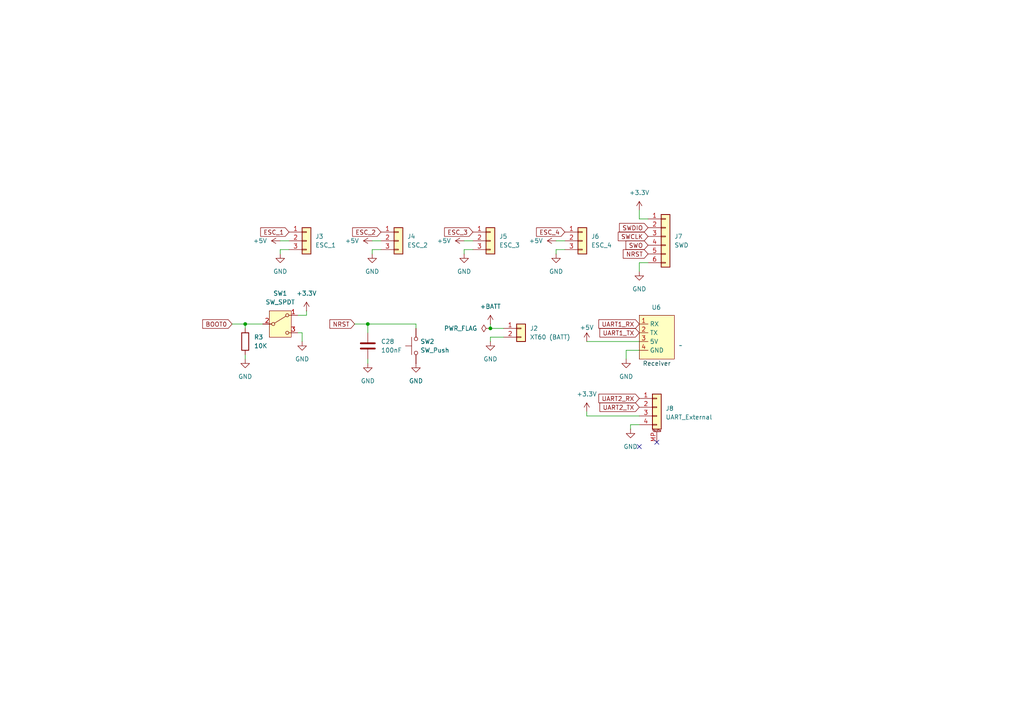
<source format=kicad_sch>
(kicad_sch
	(version 20250114)
	(generator "eeschema")
	(generator_version "9.0")
	(uuid "027bbce7-58be-4d20-a7f7-93f73e894e35")
	(paper "A4")
	(lib_symbols
		(symbol "Connector_Generic:Conn_01x02"
			(pin_names
				(offset 1.016)
				(hide yes)
			)
			(exclude_from_sim no)
			(in_bom yes)
			(on_board yes)
			(property "Reference" "J"
				(at 0 2.54 0)
				(effects
					(font
						(size 1.27 1.27)
					)
				)
			)
			(property "Value" "Conn_01x02"
				(at 0 -5.08 0)
				(effects
					(font
						(size 1.27 1.27)
					)
				)
			)
			(property "Footprint" ""
				(at 0 0 0)
				(effects
					(font
						(size 1.27 1.27)
					)
					(hide yes)
				)
			)
			(property "Datasheet" "~"
				(at 0 0 0)
				(effects
					(font
						(size 1.27 1.27)
					)
					(hide yes)
				)
			)
			(property "Description" "Generic connector, single row, 01x02, script generated (kicad-library-utils/schlib/autogen/connector/)"
				(at 0 0 0)
				(effects
					(font
						(size 1.27 1.27)
					)
					(hide yes)
				)
			)
			(property "ki_keywords" "connector"
				(at 0 0 0)
				(effects
					(font
						(size 1.27 1.27)
					)
					(hide yes)
				)
			)
			(property "ki_fp_filters" "Connector*:*_1x??_*"
				(at 0 0 0)
				(effects
					(font
						(size 1.27 1.27)
					)
					(hide yes)
				)
			)
			(symbol "Conn_01x02_1_1"
				(rectangle
					(start -1.27 1.27)
					(end 1.27 -3.81)
					(stroke
						(width 0.254)
						(type default)
					)
					(fill
						(type background)
					)
				)
				(rectangle
					(start -1.27 0.127)
					(end 0 -0.127)
					(stroke
						(width 0.1524)
						(type default)
					)
					(fill
						(type none)
					)
				)
				(rectangle
					(start -1.27 -2.413)
					(end 0 -2.667)
					(stroke
						(width 0.1524)
						(type default)
					)
					(fill
						(type none)
					)
				)
				(pin passive line
					(at -5.08 0 0)
					(length 3.81)
					(name "Pin_1"
						(effects
							(font
								(size 1.27 1.27)
							)
						)
					)
					(number "1"
						(effects
							(font
								(size 1.27 1.27)
							)
						)
					)
				)
				(pin passive line
					(at -5.08 -2.54 0)
					(length 3.81)
					(name "Pin_2"
						(effects
							(font
								(size 1.27 1.27)
							)
						)
					)
					(number "2"
						(effects
							(font
								(size 1.27 1.27)
							)
						)
					)
				)
			)
			(embedded_fonts no)
		)
		(symbol "Connector_Generic:Conn_01x03"
			(pin_names
				(offset 1.016)
				(hide yes)
			)
			(exclude_from_sim no)
			(in_bom yes)
			(on_board yes)
			(property "Reference" "J"
				(at 0 5.08 0)
				(effects
					(font
						(size 1.27 1.27)
					)
				)
			)
			(property "Value" "Conn_01x03"
				(at 0 -5.08 0)
				(effects
					(font
						(size 1.27 1.27)
					)
				)
			)
			(property "Footprint" ""
				(at 0 0 0)
				(effects
					(font
						(size 1.27 1.27)
					)
					(hide yes)
				)
			)
			(property "Datasheet" "~"
				(at 0 0 0)
				(effects
					(font
						(size 1.27 1.27)
					)
					(hide yes)
				)
			)
			(property "Description" "Generic connector, single row, 01x03, script generated (kicad-library-utils/schlib/autogen/connector/)"
				(at 0 0 0)
				(effects
					(font
						(size 1.27 1.27)
					)
					(hide yes)
				)
			)
			(property "ki_keywords" "connector"
				(at 0 0 0)
				(effects
					(font
						(size 1.27 1.27)
					)
					(hide yes)
				)
			)
			(property "ki_fp_filters" "Connector*:*_1x??_*"
				(at 0 0 0)
				(effects
					(font
						(size 1.27 1.27)
					)
					(hide yes)
				)
			)
			(symbol "Conn_01x03_1_1"
				(rectangle
					(start -1.27 3.81)
					(end 1.27 -3.81)
					(stroke
						(width 0.254)
						(type default)
					)
					(fill
						(type background)
					)
				)
				(rectangle
					(start -1.27 2.667)
					(end 0 2.413)
					(stroke
						(width 0.1524)
						(type default)
					)
					(fill
						(type none)
					)
				)
				(rectangle
					(start -1.27 0.127)
					(end 0 -0.127)
					(stroke
						(width 0.1524)
						(type default)
					)
					(fill
						(type none)
					)
				)
				(rectangle
					(start -1.27 -2.413)
					(end 0 -2.667)
					(stroke
						(width 0.1524)
						(type default)
					)
					(fill
						(type none)
					)
				)
				(pin passive line
					(at -5.08 2.54 0)
					(length 3.81)
					(name "Pin_1"
						(effects
							(font
								(size 1.27 1.27)
							)
						)
					)
					(number "1"
						(effects
							(font
								(size 1.27 1.27)
							)
						)
					)
				)
				(pin passive line
					(at -5.08 0 0)
					(length 3.81)
					(name "Pin_2"
						(effects
							(font
								(size 1.27 1.27)
							)
						)
					)
					(number "2"
						(effects
							(font
								(size 1.27 1.27)
							)
						)
					)
				)
				(pin passive line
					(at -5.08 -2.54 0)
					(length 3.81)
					(name "Pin_3"
						(effects
							(font
								(size 1.27 1.27)
							)
						)
					)
					(number "3"
						(effects
							(font
								(size 1.27 1.27)
							)
						)
					)
				)
			)
			(embedded_fonts no)
		)
		(symbol "Connector_Generic:Conn_01x06"
			(pin_names
				(offset 1.016)
				(hide yes)
			)
			(exclude_from_sim no)
			(in_bom yes)
			(on_board yes)
			(property "Reference" "J"
				(at 0 7.62 0)
				(effects
					(font
						(size 1.27 1.27)
					)
				)
			)
			(property "Value" "Conn_01x06"
				(at 0 -10.16 0)
				(effects
					(font
						(size 1.27 1.27)
					)
				)
			)
			(property "Footprint" ""
				(at 0 0 0)
				(effects
					(font
						(size 1.27 1.27)
					)
					(hide yes)
				)
			)
			(property "Datasheet" "~"
				(at 0 0 0)
				(effects
					(font
						(size 1.27 1.27)
					)
					(hide yes)
				)
			)
			(property "Description" "Generic connector, single row, 01x06, script generated (kicad-library-utils/schlib/autogen/connector/)"
				(at 0 0 0)
				(effects
					(font
						(size 1.27 1.27)
					)
					(hide yes)
				)
			)
			(property "ki_keywords" "connector"
				(at 0 0 0)
				(effects
					(font
						(size 1.27 1.27)
					)
					(hide yes)
				)
			)
			(property "ki_fp_filters" "Connector*:*_1x??_*"
				(at 0 0 0)
				(effects
					(font
						(size 1.27 1.27)
					)
					(hide yes)
				)
			)
			(symbol "Conn_01x06_1_1"
				(rectangle
					(start -1.27 6.35)
					(end 1.27 -8.89)
					(stroke
						(width 0.254)
						(type default)
					)
					(fill
						(type background)
					)
				)
				(rectangle
					(start -1.27 5.207)
					(end 0 4.953)
					(stroke
						(width 0.1524)
						(type default)
					)
					(fill
						(type none)
					)
				)
				(rectangle
					(start -1.27 2.667)
					(end 0 2.413)
					(stroke
						(width 0.1524)
						(type default)
					)
					(fill
						(type none)
					)
				)
				(rectangle
					(start -1.27 0.127)
					(end 0 -0.127)
					(stroke
						(width 0.1524)
						(type default)
					)
					(fill
						(type none)
					)
				)
				(rectangle
					(start -1.27 -2.413)
					(end 0 -2.667)
					(stroke
						(width 0.1524)
						(type default)
					)
					(fill
						(type none)
					)
				)
				(rectangle
					(start -1.27 -4.953)
					(end 0 -5.207)
					(stroke
						(width 0.1524)
						(type default)
					)
					(fill
						(type none)
					)
				)
				(rectangle
					(start -1.27 -7.493)
					(end 0 -7.747)
					(stroke
						(width 0.1524)
						(type default)
					)
					(fill
						(type none)
					)
				)
				(pin passive line
					(at -5.08 5.08 0)
					(length 3.81)
					(name "Pin_1"
						(effects
							(font
								(size 1.27 1.27)
							)
						)
					)
					(number "1"
						(effects
							(font
								(size 1.27 1.27)
							)
						)
					)
				)
				(pin passive line
					(at -5.08 2.54 0)
					(length 3.81)
					(name "Pin_2"
						(effects
							(font
								(size 1.27 1.27)
							)
						)
					)
					(number "2"
						(effects
							(font
								(size 1.27 1.27)
							)
						)
					)
				)
				(pin passive line
					(at -5.08 0 0)
					(length 3.81)
					(name "Pin_3"
						(effects
							(font
								(size 1.27 1.27)
							)
						)
					)
					(number "3"
						(effects
							(font
								(size 1.27 1.27)
							)
						)
					)
				)
				(pin passive line
					(at -5.08 -2.54 0)
					(length 3.81)
					(name "Pin_4"
						(effects
							(font
								(size 1.27 1.27)
							)
						)
					)
					(number "4"
						(effects
							(font
								(size 1.27 1.27)
							)
						)
					)
				)
				(pin passive line
					(at -5.08 -5.08 0)
					(length 3.81)
					(name "Pin_5"
						(effects
							(font
								(size 1.27 1.27)
							)
						)
					)
					(number "5"
						(effects
							(font
								(size 1.27 1.27)
							)
						)
					)
				)
				(pin passive line
					(at -5.08 -7.62 0)
					(length 3.81)
					(name "Pin_6"
						(effects
							(font
								(size 1.27 1.27)
							)
						)
					)
					(number "6"
						(effects
							(font
								(size 1.27 1.27)
							)
						)
					)
				)
			)
			(embedded_fonts no)
		)
		(symbol "Connector_Generic_MountingPin:Conn_01x04_MountingPin"
			(pin_names
				(offset 1.016)
				(hide yes)
			)
			(exclude_from_sim no)
			(in_bom yes)
			(on_board yes)
			(property "Reference" "J"
				(at 0 5.08 0)
				(effects
					(font
						(size 1.27 1.27)
					)
				)
			)
			(property "Value" "Conn_01x04_MountingPin"
				(at 1.27 -7.62 0)
				(effects
					(font
						(size 1.27 1.27)
					)
					(justify left)
				)
			)
			(property "Footprint" ""
				(at 0 0 0)
				(effects
					(font
						(size 1.27 1.27)
					)
					(hide yes)
				)
			)
			(property "Datasheet" "~"
				(at 0 0 0)
				(effects
					(font
						(size 1.27 1.27)
					)
					(hide yes)
				)
			)
			(property "Description" "Generic connectable mounting pin connector, single row, 01x04, script generated (kicad-library-utils/schlib/autogen/connector/)"
				(at 0 0 0)
				(effects
					(font
						(size 1.27 1.27)
					)
					(hide yes)
				)
			)
			(property "ki_keywords" "connector"
				(at 0 0 0)
				(effects
					(font
						(size 1.27 1.27)
					)
					(hide yes)
				)
			)
			(property "ki_fp_filters" "Connector*:*_1x??-1MP*"
				(at 0 0 0)
				(effects
					(font
						(size 1.27 1.27)
					)
					(hide yes)
				)
			)
			(symbol "Conn_01x04_MountingPin_1_1"
				(rectangle
					(start -1.27 3.81)
					(end 1.27 -6.35)
					(stroke
						(width 0.254)
						(type default)
					)
					(fill
						(type background)
					)
				)
				(rectangle
					(start -1.27 2.667)
					(end 0 2.413)
					(stroke
						(width 0.1524)
						(type default)
					)
					(fill
						(type none)
					)
				)
				(rectangle
					(start -1.27 0.127)
					(end 0 -0.127)
					(stroke
						(width 0.1524)
						(type default)
					)
					(fill
						(type none)
					)
				)
				(rectangle
					(start -1.27 -2.413)
					(end 0 -2.667)
					(stroke
						(width 0.1524)
						(type default)
					)
					(fill
						(type none)
					)
				)
				(rectangle
					(start -1.27 -4.953)
					(end 0 -5.207)
					(stroke
						(width 0.1524)
						(type default)
					)
					(fill
						(type none)
					)
				)
				(polyline
					(pts
						(xy -1.016 -7.112) (xy 1.016 -7.112)
					)
					(stroke
						(width 0.1524)
						(type default)
					)
					(fill
						(type none)
					)
				)
				(text "Mounting"
					(at 0 -6.731 0)
					(effects
						(font
							(size 0.381 0.381)
						)
					)
				)
				(pin passive line
					(at -5.08 2.54 0)
					(length 3.81)
					(name "Pin_1"
						(effects
							(font
								(size 1.27 1.27)
							)
						)
					)
					(number "1"
						(effects
							(font
								(size 1.27 1.27)
							)
						)
					)
				)
				(pin passive line
					(at -5.08 0 0)
					(length 3.81)
					(name "Pin_2"
						(effects
							(font
								(size 1.27 1.27)
							)
						)
					)
					(number "2"
						(effects
							(font
								(size 1.27 1.27)
							)
						)
					)
				)
				(pin passive line
					(at -5.08 -2.54 0)
					(length 3.81)
					(name "Pin_3"
						(effects
							(font
								(size 1.27 1.27)
							)
						)
					)
					(number "3"
						(effects
							(font
								(size 1.27 1.27)
							)
						)
					)
				)
				(pin passive line
					(at -5.08 -5.08 0)
					(length 3.81)
					(name "Pin_4"
						(effects
							(font
								(size 1.27 1.27)
							)
						)
					)
					(number "4"
						(effects
							(font
								(size 1.27 1.27)
							)
						)
					)
				)
				(pin passive line
					(at 0 -10.16 90)
					(length 3.048)
					(name "MountPin"
						(effects
							(font
								(size 1.27 1.27)
							)
						)
					)
					(number "MP"
						(effects
							(font
								(size 1.27 1.27)
							)
						)
					)
				)
			)
			(embedded_fonts no)
		)
		(symbol "Custom_Symbols:ELRS_Nano_Receiver"
			(exclude_from_sim no)
			(in_bom yes)
			(on_board yes)
			(property "Reference" "U6"
				(at -1.524 14.986 0)
				(effects
					(font
						(size 1.27 1.27)
					)
					(justify left)
				)
			)
			(property "Value" "~"
				(at 6.35 3.9342 0)
				(effects
					(font
						(size 1.27 1.27)
					)
					(justify left)
				)
			)
			(property "Footprint" "Connector_PinHeader_2.54mm:PinHeader_1x04_P2.54mm_Vertical"
				(at -5.08 0 0)
				(effects
					(font
						(size 1.27 1.27)
					)
					(hide yes)
				)
			)
			(property "Datasheet" "https://www.aliexpress.us/item/3256805494335335.html?spm=a2g0o.detail.pcDetailBottomMoreThisSeller.2.1c49MUfJMUfJor&gps-id=pcDetailBottomMoreThisSeller&scm=1007.13339.291025.0&scm_id=1007.13339.291025.0&scm-url=1007.13339.291025.0&pvid=7e439e61-150b-4303-9ee6-184d284ae971&_t=gps-id:pcDetailBottomMoreThisSeller,scm-url:1007.13339.291025.0,pvid:7e439e61-150b-4303-9ee6-184d284ae971,tpp_buckets:668%232846%238111%231996&pdp_npi=4%40dis%21USD%2128.56%2120.56%21%21%2128.56%2120.56%21%402101eab017254930379104374e4dde%2112000041182146947%21rec%21US%21887949579%21X&utparam-url=scene%3ApcDetailBottomMoreThisSeller%7Cquery_from%3A"
				(at -5.08 0 0)
				(effects
					(font
						(size 1.27 1.27)
					)
					(hide yes)
				)
			)
			(property "Description" ""
				(at -5.08 0 0)
				(effects
					(font
						(size 1.27 1.27)
					)
					(hide yes)
				)
			)
			(property "LCSC PN" "C6332197"
				(at 0 0 0)
				(effects
					(font
						(size 1.27 1.27)
					)
					(hide yes)
				)
			)
			(symbol "ELRS_Nano_Receiver_1_1"
				(rectangle
					(start -5.08 12.7)
					(end 5.08 0)
					(stroke
						(width 0)
						(type default)
					)
					(fill
						(type background)
					)
				)
				(text "Receiver"
					(at 0 -1.27 0)
					(effects
						(font
							(size 1.27 1.27)
							(color 0 72 72 1)
						)
					)
				)
				(pin input line
					(at -5.08 10.16 0)
					(length 2.54)
					(name "RX"
						(effects
							(font
								(size 1.27 1.27)
							)
						)
					)
					(number "1"
						(effects
							(font
								(size 1.27 1.27)
							)
						)
					)
				)
				(pin output line
					(at -5.08 7.62 0)
					(length 2.54)
					(name "TX"
						(effects
							(font
								(size 1.27 1.27)
							)
						)
					)
					(number "2"
						(effects
							(font
								(size 1.27 1.27)
							)
						)
					)
				)
				(pin power_in line
					(at -5.08 5.08 0)
					(length 2.54)
					(name "5V"
						(effects
							(font
								(size 1.27 1.27)
							)
						)
					)
					(number "3"
						(effects
							(font
								(size 1.27 1.27)
							)
						)
					)
				)
				(pin power_in line
					(at -5.08 2.54 0)
					(length 2.54)
					(name "GND"
						(effects
							(font
								(size 1.27 1.27)
							)
						)
					)
					(number "4"
						(effects
							(font
								(size 1.27 1.27)
							)
						)
					)
				)
			)
			(embedded_fonts no)
		)
		(symbol "Device:R"
			(pin_numbers
				(hide yes)
			)
			(pin_names
				(offset 0)
			)
			(exclude_from_sim no)
			(in_bom yes)
			(on_board yes)
			(property "Reference" "R"
				(at 2.032 0 90)
				(effects
					(font
						(size 1.27 1.27)
					)
				)
			)
			(property "Value" "R"
				(at 0 0 90)
				(effects
					(font
						(size 1.27 1.27)
					)
				)
			)
			(property "Footprint" ""
				(at -1.778 0 90)
				(effects
					(font
						(size 1.27 1.27)
					)
					(hide yes)
				)
			)
			(property "Datasheet" "~"
				(at 0 0 0)
				(effects
					(font
						(size 1.27 1.27)
					)
					(hide yes)
				)
			)
			(property "Description" "Resistor"
				(at 0 0 0)
				(effects
					(font
						(size 1.27 1.27)
					)
					(hide yes)
				)
			)
			(property "ki_keywords" "R res resistor"
				(at 0 0 0)
				(effects
					(font
						(size 1.27 1.27)
					)
					(hide yes)
				)
			)
			(property "ki_fp_filters" "R_*"
				(at 0 0 0)
				(effects
					(font
						(size 1.27 1.27)
					)
					(hide yes)
				)
			)
			(symbol "R_0_1"
				(rectangle
					(start -1.016 -2.54)
					(end 1.016 2.54)
					(stroke
						(width 0.254)
						(type default)
					)
					(fill
						(type none)
					)
				)
			)
			(symbol "R_1_1"
				(pin passive line
					(at 0 3.81 270)
					(length 1.27)
					(name "~"
						(effects
							(font
								(size 1.27 1.27)
							)
						)
					)
					(number "1"
						(effects
							(font
								(size 1.27 1.27)
							)
						)
					)
				)
				(pin passive line
					(at 0 -3.81 90)
					(length 1.27)
					(name "~"
						(effects
							(font
								(size 1.27 1.27)
							)
						)
					)
					(number "2"
						(effects
							(font
								(size 1.27 1.27)
							)
						)
					)
				)
			)
			(embedded_fonts no)
		)
		(symbol "PCM_Capacitor_AKL:C_0402"
			(pin_numbers
				(hide yes)
			)
			(pin_names
				(offset 0.254)
			)
			(exclude_from_sim no)
			(in_bom yes)
			(on_board yes)
			(property "Reference" "C"
				(at 0.635 2.54 0)
				(effects
					(font
						(size 1.27 1.27)
					)
					(justify left)
				)
			)
			(property "Value" "C_0402"
				(at 0.635 -2.54 0)
				(effects
					(font
						(size 1.27 1.27)
					)
					(justify left)
				)
			)
			(property "Footprint" "Capacitor_SMD_AKL:C_0402_1005Metric"
				(at 0.9652 -3.81 0)
				(effects
					(font
						(size 1.27 1.27)
					)
					(hide yes)
				)
			)
			(property "Datasheet" "~"
				(at 0 0 0)
				(effects
					(font
						(size 1.27 1.27)
					)
					(hide yes)
				)
			)
			(property "Description" "SMD 0402 MLCC capacitor, Alternate KiCad Library"
				(at 0 0 0)
				(effects
					(font
						(size 1.27 1.27)
					)
					(hide yes)
				)
			)
			(property "ki_keywords" "cap capacitor ceramic chip mlcc smd 0402"
				(at 0 0 0)
				(effects
					(font
						(size 1.27 1.27)
					)
					(hide yes)
				)
			)
			(property "ki_fp_filters" "C_*"
				(at 0 0 0)
				(effects
					(font
						(size 1.27 1.27)
					)
					(hide yes)
				)
			)
			(symbol "C_0402_0_1"
				(polyline
					(pts
						(xy -2.032 0.762) (xy 2.032 0.762)
					)
					(stroke
						(width 0.508)
						(type default)
					)
					(fill
						(type none)
					)
				)
				(polyline
					(pts
						(xy -2.032 -0.762) (xy 2.032 -0.762)
					)
					(stroke
						(width 0.508)
						(type default)
					)
					(fill
						(type none)
					)
				)
			)
			(symbol "C_0402_1_1"
				(pin passive line
					(at 0 3.81 270)
					(length 2.794)
					(name "~"
						(effects
							(font
								(size 1.27 1.27)
							)
						)
					)
					(number "1"
						(effects
							(font
								(size 1.27 1.27)
							)
						)
					)
				)
				(pin passive line
					(at 0 -3.81 90)
					(length 2.794)
					(name "~"
						(effects
							(font
								(size 1.27 1.27)
							)
						)
					)
					(number "2"
						(effects
							(font
								(size 1.27 1.27)
							)
						)
					)
				)
			)
			(embedded_fonts no)
		)
		(symbol "Switch:SW_Push"
			(pin_numbers
				(hide yes)
			)
			(pin_names
				(offset 1.016)
				(hide yes)
			)
			(exclude_from_sim no)
			(in_bom yes)
			(on_board yes)
			(property "Reference" "SW"
				(at 1.27 2.54 0)
				(effects
					(font
						(size 1.27 1.27)
					)
					(justify left)
				)
			)
			(property "Value" "SW_Push"
				(at 0 -1.524 0)
				(effects
					(font
						(size 1.27 1.27)
					)
				)
			)
			(property "Footprint" ""
				(at 0 5.08 0)
				(effects
					(font
						(size 1.27 1.27)
					)
					(hide yes)
				)
			)
			(property "Datasheet" "~"
				(at 0 5.08 0)
				(effects
					(font
						(size 1.27 1.27)
					)
					(hide yes)
				)
			)
			(property "Description" "Push button switch, generic, two pins"
				(at 0 0 0)
				(effects
					(font
						(size 1.27 1.27)
					)
					(hide yes)
				)
			)
			(property "ki_keywords" "switch normally-open pushbutton push-button"
				(at 0 0 0)
				(effects
					(font
						(size 1.27 1.27)
					)
					(hide yes)
				)
			)
			(symbol "SW_Push_0_1"
				(circle
					(center -2.032 0)
					(radius 0.508)
					(stroke
						(width 0)
						(type default)
					)
					(fill
						(type none)
					)
				)
				(polyline
					(pts
						(xy 0 1.27) (xy 0 3.048)
					)
					(stroke
						(width 0)
						(type default)
					)
					(fill
						(type none)
					)
				)
				(circle
					(center 2.032 0)
					(radius 0.508)
					(stroke
						(width 0)
						(type default)
					)
					(fill
						(type none)
					)
				)
				(polyline
					(pts
						(xy 2.54 1.27) (xy -2.54 1.27)
					)
					(stroke
						(width 0)
						(type default)
					)
					(fill
						(type none)
					)
				)
				(pin passive line
					(at -5.08 0 0)
					(length 2.54)
					(name "1"
						(effects
							(font
								(size 1.27 1.27)
							)
						)
					)
					(number "1"
						(effects
							(font
								(size 1.27 1.27)
							)
						)
					)
				)
				(pin passive line
					(at 5.08 0 180)
					(length 2.54)
					(name "2"
						(effects
							(font
								(size 1.27 1.27)
							)
						)
					)
					(number "2"
						(effects
							(font
								(size 1.27 1.27)
							)
						)
					)
				)
			)
			(embedded_fonts no)
		)
		(symbol "Switch:SW_SPDT"
			(pin_names
				(offset 0)
				(hide yes)
			)
			(exclude_from_sim no)
			(in_bom yes)
			(on_board yes)
			(property "Reference" "SW"
				(at 0 5.08 0)
				(effects
					(font
						(size 1.27 1.27)
					)
				)
			)
			(property "Value" "SW_SPDT"
				(at 0 -5.08 0)
				(effects
					(font
						(size 1.27 1.27)
					)
				)
			)
			(property "Footprint" ""
				(at 0 0 0)
				(effects
					(font
						(size 1.27 1.27)
					)
					(hide yes)
				)
			)
			(property "Datasheet" "~"
				(at 0 -7.62 0)
				(effects
					(font
						(size 1.27 1.27)
					)
					(hide yes)
				)
			)
			(property "Description" "Switch, single pole double throw"
				(at 0 0 0)
				(effects
					(font
						(size 1.27 1.27)
					)
					(hide yes)
				)
			)
			(property "ki_keywords" "switch single-pole double-throw spdt ON-ON"
				(at 0 0 0)
				(effects
					(font
						(size 1.27 1.27)
					)
					(hide yes)
				)
			)
			(symbol "SW_SPDT_0_1"
				(circle
					(center -2.032 0)
					(radius 0.4572)
					(stroke
						(width 0)
						(type default)
					)
					(fill
						(type none)
					)
				)
				(polyline
					(pts
						(xy -1.651 0.254) (xy 1.651 2.286)
					)
					(stroke
						(width 0)
						(type default)
					)
					(fill
						(type none)
					)
				)
				(circle
					(center 2.032 2.54)
					(radius 0.4572)
					(stroke
						(width 0)
						(type default)
					)
					(fill
						(type none)
					)
				)
				(circle
					(center 2.032 -2.54)
					(radius 0.4572)
					(stroke
						(width 0)
						(type default)
					)
					(fill
						(type none)
					)
				)
			)
			(symbol "SW_SPDT_1_1"
				(rectangle
					(start -3.175 3.81)
					(end 3.175 -3.81)
					(stroke
						(width 0)
						(type default)
					)
					(fill
						(type background)
					)
				)
				(pin passive line
					(at -5.08 0 0)
					(length 2.54)
					(name "B"
						(effects
							(font
								(size 1.27 1.27)
							)
						)
					)
					(number "2"
						(effects
							(font
								(size 1.27 1.27)
							)
						)
					)
				)
				(pin passive line
					(at 5.08 2.54 180)
					(length 2.54)
					(name "A"
						(effects
							(font
								(size 1.27 1.27)
							)
						)
					)
					(number "1"
						(effects
							(font
								(size 1.27 1.27)
							)
						)
					)
				)
				(pin passive line
					(at 5.08 -2.54 180)
					(length 2.54)
					(name "C"
						(effects
							(font
								(size 1.27 1.27)
							)
						)
					)
					(number "3"
						(effects
							(font
								(size 1.27 1.27)
							)
						)
					)
				)
			)
			(embedded_fonts no)
		)
		(symbol "power:+3.3V"
			(power)
			(pin_numbers
				(hide yes)
			)
			(pin_names
				(offset 0)
				(hide yes)
			)
			(exclude_from_sim no)
			(in_bom yes)
			(on_board yes)
			(property "Reference" "#PWR"
				(at 0 -3.81 0)
				(effects
					(font
						(size 1.27 1.27)
					)
					(hide yes)
				)
			)
			(property "Value" "+3.3V"
				(at 0 3.556 0)
				(effects
					(font
						(size 1.27 1.27)
					)
				)
			)
			(property "Footprint" ""
				(at 0 0 0)
				(effects
					(font
						(size 1.27 1.27)
					)
					(hide yes)
				)
			)
			(property "Datasheet" ""
				(at 0 0 0)
				(effects
					(font
						(size 1.27 1.27)
					)
					(hide yes)
				)
			)
			(property "Description" "Power symbol creates a global label with name \"+3.3V\""
				(at 0 0 0)
				(effects
					(font
						(size 1.27 1.27)
					)
					(hide yes)
				)
			)
			(property "ki_keywords" "global power"
				(at 0 0 0)
				(effects
					(font
						(size 1.27 1.27)
					)
					(hide yes)
				)
			)
			(symbol "+3.3V_0_1"
				(polyline
					(pts
						(xy -0.762 1.27) (xy 0 2.54)
					)
					(stroke
						(width 0)
						(type default)
					)
					(fill
						(type none)
					)
				)
				(polyline
					(pts
						(xy 0 2.54) (xy 0.762 1.27)
					)
					(stroke
						(width 0)
						(type default)
					)
					(fill
						(type none)
					)
				)
				(polyline
					(pts
						(xy 0 0) (xy 0 2.54)
					)
					(stroke
						(width 0)
						(type default)
					)
					(fill
						(type none)
					)
				)
			)
			(symbol "+3.3V_1_1"
				(pin power_in line
					(at 0 0 90)
					(length 0)
					(name "~"
						(effects
							(font
								(size 1.27 1.27)
							)
						)
					)
					(number "1"
						(effects
							(font
								(size 1.27 1.27)
							)
						)
					)
				)
			)
			(embedded_fonts no)
		)
		(symbol "power:+5V"
			(power)
			(pin_numbers
				(hide yes)
			)
			(pin_names
				(offset 0)
				(hide yes)
			)
			(exclude_from_sim no)
			(in_bom yes)
			(on_board yes)
			(property "Reference" "#PWR"
				(at 0 -3.81 0)
				(effects
					(font
						(size 1.27 1.27)
					)
					(hide yes)
				)
			)
			(property "Value" "+5V"
				(at 0 3.556 0)
				(effects
					(font
						(size 1.27 1.27)
					)
				)
			)
			(property "Footprint" ""
				(at 0 0 0)
				(effects
					(font
						(size 1.27 1.27)
					)
					(hide yes)
				)
			)
			(property "Datasheet" ""
				(at 0 0 0)
				(effects
					(font
						(size 1.27 1.27)
					)
					(hide yes)
				)
			)
			(property "Description" "Power symbol creates a global label with name \"+5V\""
				(at 0 0 0)
				(effects
					(font
						(size 1.27 1.27)
					)
					(hide yes)
				)
			)
			(property "ki_keywords" "global power"
				(at 0 0 0)
				(effects
					(font
						(size 1.27 1.27)
					)
					(hide yes)
				)
			)
			(symbol "+5V_0_1"
				(polyline
					(pts
						(xy -0.762 1.27) (xy 0 2.54)
					)
					(stroke
						(width 0)
						(type default)
					)
					(fill
						(type none)
					)
				)
				(polyline
					(pts
						(xy 0 2.54) (xy 0.762 1.27)
					)
					(stroke
						(width 0)
						(type default)
					)
					(fill
						(type none)
					)
				)
				(polyline
					(pts
						(xy 0 0) (xy 0 2.54)
					)
					(stroke
						(width 0)
						(type default)
					)
					(fill
						(type none)
					)
				)
			)
			(symbol "+5V_1_1"
				(pin power_in line
					(at 0 0 90)
					(length 0)
					(name "~"
						(effects
							(font
								(size 1.27 1.27)
							)
						)
					)
					(number "1"
						(effects
							(font
								(size 1.27 1.27)
							)
						)
					)
				)
			)
			(embedded_fonts no)
		)
		(symbol "power:+BATT"
			(power)
			(pin_numbers
				(hide yes)
			)
			(pin_names
				(offset 0)
				(hide yes)
			)
			(exclude_from_sim no)
			(in_bom yes)
			(on_board yes)
			(property "Reference" "#PWR"
				(at 0 -3.81 0)
				(effects
					(font
						(size 1.27 1.27)
					)
					(hide yes)
				)
			)
			(property "Value" "+BATT"
				(at 0 3.556 0)
				(effects
					(font
						(size 1.27 1.27)
					)
				)
			)
			(property "Footprint" ""
				(at 0 0 0)
				(effects
					(font
						(size 1.27 1.27)
					)
					(hide yes)
				)
			)
			(property "Datasheet" ""
				(at 0 0 0)
				(effects
					(font
						(size 1.27 1.27)
					)
					(hide yes)
				)
			)
			(property "Description" "Power symbol creates a global label with name \"+BATT\""
				(at 0 0 0)
				(effects
					(font
						(size 1.27 1.27)
					)
					(hide yes)
				)
			)
			(property "ki_keywords" "global power battery"
				(at 0 0 0)
				(effects
					(font
						(size 1.27 1.27)
					)
					(hide yes)
				)
			)
			(symbol "+BATT_0_1"
				(polyline
					(pts
						(xy -0.762 1.27) (xy 0 2.54)
					)
					(stroke
						(width 0)
						(type default)
					)
					(fill
						(type none)
					)
				)
				(polyline
					(pts
						(xy 0 2.54) (xy 0.762 1.27)
					)
					(stroke
						(width 0)
						(type default)
					)
					(fill
						(type none)
					)
				)
				(polyline
					(pts
						(xy 0 0) (xy 0 2.54)
					)
					(stroke
						(width 0)
						(type default)
					)
					(fill
						(type none)
					)
				)
			)
			(symbol "+BATT_1_1"
				(pin power_in line
					(at 0 0 90)
					(length 0)
					(name "~"
						(effects
							(font
								(size 1.27 1.27)
							)
						)
					)
					(number "1"
						(effects
							(font
								(size 1.27 1.27)
							)
						)
					)
				)
			)
			(embedded_fonts no)
		)
		(symbol "power:GND"
			(power)
			(pin_numbers
				(hide yes)
			)
			(pin_names
				(offset 0)
				(hide yes)
			)
			(exclude_from_sim no)
			(in_bom yes)
			(on_board yes)
			(property "Reference" "#PWR"
				(at 0 -6.35 0)
				(effects
					(font
						(size 1.27 1.27)
					)
					(hide yes)
				)
			)
			(property "Value" "GND"
				(at 0 -3.81 0)
				(effects
					(font
						(size 1.27 1.27)
					)
				)
			)
			(property "Footprint" ""
				(at 0 0 0)
				(effects
					(font
						(size 1.27 1.27)
					)
					(hide yes)
				)
			)
			(property "Datasheet" ""
				(at 0 0 0)
				(effects
					(font
						(size 1.27 1.27)
					)
					(hide yes)
				)
			)
			(property "Description" "Power symbol creates a global label with name \"GND\" , ground"
				(at 0 0 0)
				(effects
					(font
						(size 1.27 1.27)
					)
					(hide yes)
				)
			)
			(property "ki_keywords" "global power"
				(at 0 0 0)
				(effects
					(font
						(size 1.27 1.27)
					)
					(hide yes)
				)
			)
			(symbol "GND_0_1"
				(polyline
					(pts
						(xy 0 0) (xy 0 -1.27) (xy 1.27 -1.27) (xy 0 -2.54) (xy -1.27 -1.27) (xy 0 -1.27)
					)
					(stroke
						(width 0)
						(type default)
					)
					(fill
						(type none)
					)
				)
			)
			(symbol "GND_1_1"
				(pin power_in line
					(at 0 0 270)
					(length 0)
					(name "~"
						(effects
							(font
								(size 1.27 1.27)
							)
						)
					)
					(number "1"
						(effects
							(font
								(size 1.27 1.27)
							)
						)
					)
				)
			)
			(embedded_fonts no)
		)
		(symbol "power:PWR_FLAG"
			(power)
			(pin_numbers
				(hide yes)
			)
			(pin_names
				(offset 0)
				(hide yes)
			)
			(exclude_from_sim no)
			(in_bom yes)
			(on_board yes)
			(property "Reference" "#FLG"
				(at 0 1.905 0)
				(effects
					(font
						(size 1.27 1.27)
					)
					(hide yes)
				)
			)
			(property "Value" "PWR_FLAG"
				(at 0 3.81 0)
				(effects
					(font
						(size 1.27 1.27)
					)
				)
			)
			(property "Footprint" ""
				(at 0 0 0)
				(effects
					(font
						(size 1.27 1.27)
					)
					(hide yes)
				)
			)
			(property "Datasheet" "~"
				(at 0 0 0)
				(effects
					(font
						(size 1.27 1.27)
					)
					(hide yes)
				)
			)
			(property "Description" "Special symbol for telling ERC where power comes from"
				(at 0 0 0)
				(effects
					(font
						(size 1.27 1.27)
					)
					(hide yes)
				)
			)
			(property "ki_keywords" "flag power"
				(at 0 0 0)
				(effects
					(font
						(size 1.27 1.27)
					)
					(hide yes)
				)
			)
			(symbol "PWR_FLAG_0_0"
				(pin power_out line
					(at 0 0 90)
					(length 0)
					(name "~"
						(effects
							(font
								(size 1.27 1.27)
							)
						)
					)
					(number "1"
						(effects
							(font
								(size 1.27 1.27)
							)
						)
					)
				)
			)
			(symbol "PWR_FLAG_0_1"
				(polyline
					(pts
						(xy 0 0) (xy 0 1.27) (xy -1.016 1.905) (xy 0 2.54) (xy 1.016 1.905) (xy 0 1.27)
					)
					(stroke
						(width 0)
						(type default)
					)
					(fill
						(type none)
					)
				)
			)
			(embedded_fonts no)
		)
	)
	(junction
		(at 106.68 93.98)
		(diameter 0)
		(color 0 0 0 0)
		(uuid "1e471257-0efb-4770-bca5-3d42e76d62e2")
	)
	(junction
		(at 71.12 93.98)
		(diameter 0)
		(color 0 0 0 0)
		(uuid "447a0a7d-15a6-4e34-a3b4-d09711668b50")
	)
	(junction
		(at 142.24 95.25)
		(diameter 0)
		(color 0 0 0 0)
		(uuid "730ac052-3d8a-4b78-b6f3-be90335ee909")
	)
	(no_connect
		(at 185.42 129.54)
		(uuid "4b13af3c-f4a7-41de-8b05-04fe75c1d228")
	)
	(no_connect
		(at 190.5 128.27)
		(uuid "739b0e3c-a9e1-431a-80f3-3e8fc09ade07")
	)
	(wire
		(pts
			(xy 106.68 93.98) (xy 120.65 93.98)
		)
		(stroke
			(width 0)
			(type default)
		)
		(uuid "00408e0b-d2d9-4cf2-879d-bc23e28bbf0b")
	)
	(wire
		(pts
			(xy 67.31 93.98) (xy 71.12 93.98)
		)
		(stroke
			(width 0)
			(type default)
		)
		(uuid "01367630-90b9-4617-be85-e7836339933e")
	)
	(wire
		(pts
			(xy 81.28 69.85) (xy 83.82 69.85)
		)
		(stroke
			(width 0)
			(type default)
		)
		(uuid "06762a53-5bb6-48e6-a007-dcf17234b0f5")
	)
	(wire
		(pts
			(xy 71.12 102.87) (xy 71.12 104.14)
		)
		(stroke
			(width 0)
			(type default)
		)
		(uuid "1654e1fe-3322-40cb-935b-3711e7a7ef99")
	)
	(wire
		(pts
			(xy 161.29 72.39) (xy 161.29 73.66)
		)
		(stroke
			(width 0)
			(type default)
		)
		(uuid "17088878-c8f6-4339-8f42-9758940e297c")
	)
	(wire
		(pts
			(xy 185.42 123.19) (xy 182.88 123.19)
		)
		(stroke
			(width 0)
			(type default)
		)
		(uuid "174309a7-857d-4482-811e-d078278abaac")
	)
	(wire
		(pts
			(xy 86.36 91.44) (xy 88.9 91.44)
		)
		(stroke
			(width 0)
			(type default)
		)
		(uuid "219fc08e-19bb-4066-90d1-eedff977e5cd")
	)
	(wire
		(pts
			(xy 170.18 120.65) (xy 170.18 119.38)
		)
		(stroke
			(width 0)
			(type default)
		)
		(uuid "22d191f5-7c0d-4c2e-8823-b7f23e29ab07")
	)
	(wire
		(pts
			(xy 182.88 123.19) (xy 182.88 124.46)
		)
		(stroke
			(width 0)
			(type default)
		)
		(uuid "241d864f-e94d-4184-aa61-6ae747fcd075")
	)
	(wire
		(pts
			(xy 134.62 72.39) (xy 134.62 73.66)
		)
		(stroke
			(width 0)
			(type default)
		)
		(uuid "2609f3a2-b427-4d11-b042-3245cc52de9c")
	)
	(wire
		(pts
			(xy 181.61 101.6) (xy 181.61 104.14)
		)
		(stroke
			(width 0)
			(type default)
		)
		(uuid "3517fa82-dbe2-41be-9136-f752bdb889f4")
	)
	(wire
		(pts
			(xy 161.29 69.85) (xy 163.83 69.85)
		)
		(stroke
			(width 0)
			(type default)
		)
		(uuid "377f29ce-dd93-42d2-9965-5773b7525c61")
	)
	(wire
		(pts
			(xy 102.87 93.98) (xy 106.68 93.98)
		)
		(stroke
			(width 0)
			(type default)
		)
		(uuid "401f4667-ecbf-4132-917a-4304a480da0c")
	)
	(wire
		(pts
			(xy 106.68 104.14) (xy 106.68 105.41)
		)
		(stroke
			(width 0)
			(type default)
		)
		(uuid "49696c5a-fda1-44d2-870b-c8bfa858b75b")
	)
	(wire
		(pts
			(xy 106.68 93.98) (xy 106.68 96.52)
		)
		(stroke
			(width 0)
			(type default)
		)
		(uuid "5dd3cea1-9d64-4642-b8ce-6e86f64bcb41")
	)
	(wire
		(pts
			(xy 185.42 120.65) (xy 170.18 120.65)
		)
		(stroke
			(width 0)
			(type default)
		)
		(uuid "62754027-520d-425a-8b1a-a10b835c4730")
	)
	(wire
		(pts
			(xy 88.9 90.17) (xy 88.9 91.44)
		)
		(stroke
			(width 0)
			(type default)
		)
		(uuid "779bced4-5e36-49a4-ba3c-dc326fe5f3a4")
	)
	(wire
		(pts
			(xy 142.24 95.25) (xy 146.05 95.25)
		)
		(stroke
			(width 0)
			(type default)
		)
		(uuid "802bbf12-6437-4e28-a292-3376f9f4645d")
	)
	(wire
		(pts
			(xy 146.05 97.79) (xy 142.24 97.79)
		)
		(stroke
			(width 0)
			(type default)
		)
		(uuid "8466ceff-5e7e-4ec6-b71b-0caf4dfbeb32")
	)
	(wire
		(pts
			(xy 71.12 93.98) (xy 76.2 93.98)
		)
		(stroke
			(width 0)
			(type default)
		)
		(uuid "870e6581-8c2d-4ed7-ade1-2f5ce51b28a0")
	)
	(wire
		(pts
			(xy 185.42 63.5) (xy 185.42 60.96)
		)
		(stroke
			(width 0)
			(type default)
		)
		(uuid "8962dd32-a42b-43b4-abb8-e083059a79c6")
	)
	(wire
		(pts
			(xy 120.65 93.98) (xy 120.65 95.25)
		)
		(stroke
			(width 0)
			(type default)
		)
		(uuid "8dd57aa8-2bdc-45e2-a5cd-886b7520bede")
	)
	(wire
		(pts
			(xy 142.24 95.25) (xy 142.24 93.98)
		)
		(stroke
			(width 0)
			(type default)
		)
		(uuid "94bc6106-8988-4969-8018-1fe61f5ce828")
	)
	(wire
		(pts
			(xy 81.28 72.39) (xy 83.82 72.39)
		)
		(stroke
			(width 0)
			(type default)
		)
		(uuid "950bfb37-e94a-405c-8895-aa12b0514acd")
	)
	(wire
		(pts
			(xy 185.42 76.2) (xy 185.42 78.74)
		)
		(stroke
			(width 0)
			(type default)
		)
		(uuid "9a3342a8-d9f5-4c23-b9f7-5ff94eebc307")
	)
	(wire
		(pts
			(xy 71.12 95.25) (xy 71.12 93.98)
		)
		(stroke
			(width 0)
			(type default)
		)
		(uuid "a06197d5-5540-468c-8b22-7854919edb14")
	)
	(wire
		(pts
			(xy 161.29 72.39) (xy 163.83 72.39)
		)
		(stroke
			(width 0)
			(type default)
		)
		(uuid "aada6a01-4e6e-4010-8865-092598b810d2")
	)
	(wire
		(pts
			(xy 107.95 69.85) (xy 110.49 69.85)
		)
		(stroke
			(width 0)
			(type default)
		)
		(uuid "aff35726-0178-41f8-b273-442721bf37a4")
	)
	(wire
		(pts
			(xy 134.62 72.39) (xy 137.16 72.39)
		)
		(stroke
			(width 0)
			(type default)
		)
		(uuid "b0f1c488-fa0a-4e94-abde-0be20481a4db")
	)
	(wire
		(pts
			(xy 185.42 101.6) (xy 181.61 101.6)
		)
		(stroke
			(width 0)
			(type default)
		)
		(uuid "b3639046-fda4-4975-8af9-95ac74419ef7")
	)
	(wire
		(pts
			(xy 81.28 72.39) (xy 81.28 73.66)
		)
		(stroke
			(width 0)
			(type default)
		)
		(uuid "bb69b80e-b682-4159-b62f-97fed74d6339")
	)
	(wire
		(pts
			(xy 134.62 69.85) (xy 137.16 69.85)
		)
		(stroke
			(width 0)
			(type default)
		)
		(uuid "bbd29edc-0459-4c53-b0b7-e8e1a5985987")
	)
	(wire
		(pts
			(xy 86.36 96.52) (xy 87.63 96.52)
		)
		(stroke
			(width 0)
			(type default)
		)
		(uuid "ce611f6b-56cc-4871-b252-bbc3fea4473e")
	)
	(wire
		(pts
			(xy 87.63 96.52) (xy 87.63 99.06)
		)
		(stroke
			(width 0)
			(type default)
		)
		(uuid "d05447a2-4bf1-4186-9c8e-fa5db690ef36")
	)
	(wire
		(pts
			(xy 107.95 72.39) (xy 107.95 73.66)
		)
		(stroke
			(width 0)
			(type default)
		)
		(uuid "e6b9c860-3105-4c16-8add-e3ddb692c899")
	)
	(wire
		(pts
			(xy 187.96 63.5) (xy 185.42 63.5)
		)
		(stroke
			(width 0)
			(type default)
		)
		(uuid "ec4f37ef-4c89-4cee-87c6-13459974d836")
	)
	(wire
		(pts
			(xy 170.18 99.06) (xy 185.42 99.06)
		)
		(stroke
			(width 0)
			(type default)
		)
		(uuid "ed8133c5-9c44-4742-a9d8-42037845cbcd")
	)
	(wire
		(pts
			(xy 142.24 97.79) (xy 142.24 99.06)
		)
		(stroke
			(width 0)
			(type default)
		)
		(uuid "f1aa16fb-84cf-48ad-aeaf-e1a28b61e7bc")
	)
	(wire
		(pts
			(xy 107.95 72.39) (xy 110.49 72.39)
		)
		(stroke
			(width 0)
			(type default)
		)
		(uuid "f4032152-0d1a-40de-959e-9e25775f736e")
	)
	(wire
		(pts
			(xy 187.96 76.2) (xy 185.42 76.2)
		)
		(stroke
			(width 0)
			(type default)
		)
		(uuid "fa7de356-9fe0-448a-801d-cf3ab064f5ec")
	)
	(global_label "SWCLK"
		(shape input)
		(at 187.96 68.58 180)
		(fields_autoplaced yes)
		(effects
			(font
				(size 1.27 1.27)
			)
			(justify right)
		)
		(uuid "1a881a2a-5dee-43a1-8bda-7c0709b8bace")
		(property "Intersheetrefs" "${INTERSHEET_REFS}"
			(at 178.7458 68.58 0)
			(effects
				(font
					(size 1.27 1.27)
				)
				(justify right)
				(hide yes)
			)
		)
	)
	(global_label "NRST"
		(shape input)
		(at 102.87 93.98 180)
		(fields_autoplaced yes)
		(effects
			(font
				(size 1.27 1.27)
			)
			(justify right)
		)
		(uuid "1cbe18d8-1131-4771-814f-a51522afb8ef")
		(property "Intersheetrefs" "${INTERSHEET_REFS}"
			(at 95.1072 93.98 0)
			(effects
				(font
					(size 1.27 1.27)
				)
				(justify right)
				(hide yes)
			)
		)
	)
	(global_label "BOOT0"
		(shape input)
		(at 67.31 93.98 180)
		(fields_autoplaced yes)
		(effects
			(font
				(size 1.27 1.27)
			)
			(justify right)
		)
		(uuid "288ba5b0-de48-4d24-af4a-e307f0121534")
		(property "Intersheetrefs" "${INTERSHEET_REFS}"
			(at 58.2167 93.98 0)
			(effects
				(font
					(size 1.27 1.27)
				)
				(justify right)
				(hide yes)
			)
		)
	)
	(global_label "UART1_RX"
		(shape input)
		(at 185.42 93.98 180)
		(fields_autoplaced yes)
		(effects
			(font
				(size 1.27 1.27)
			)
			(justify right)
		)
		(uuid "3e832c0c-a463-4690-89cf-62d19d0639c9")
		(property "Intersheetrefs" "${INTERSHEET_REFS}"
			(at 173.1215 93.98 0)
			(effects
				(font
					(size 1.27 1.27)
				)
				(justify right)
				(hide yes)
			)
		)
	)
	(global_label "ESC_3"
		(shape input)
		(at 137.16 67.31 180)
		(fields_autoplaced yes)
		(effects
			(font
				(size 1.27 1.27)
			)
			(justify right)
		)
		(uuid "4dc49496-7ef2-4b58-8b5b-650acec26ca8")
		(property "Intersheetrefs" "${INTERSHEET_REFS}"
			(at 128.3692 67.31 0)
			(effects
				(font
					(size 1.27 1.27)
				)
				(justify right)
				(hide yes)
			)
		)
	)
	(global_label "UART2_TX"
		(shape input)
		(at 185.42 118.11 180)
		(fields_autoplaced yes)
		(effects
			(font
				(size 1.27 1.27)
			)
			(justify right)
		)
		(uuid "554d2cfc-70de-4607-9e64-22dbdfdaaf95")
		(property "Intersheetrefs" "${INTERSHEET_REFS}"
			(at 173.4239 118.11 0)
			(effects
				(font
					(size 1.27 1.27)
				)
				(justify right)
				(hide yes)
			)
		)
	)
	(global_label "UART2_RX"
		(shape input)
		(at 185.42 115.57 180)
		(fields_autoplaced yes)
		(effects
			(font
				(size 1.27 1.27)
			)
			(justify right)
		)
		(uuid "9a0b0646-0ce8-471d-ab52-7ab02120b657")
		(property "Intersheetrefs" "${INTERSHEET_REFS}"
			(at 173.1215 115.57 0)
			(effects
				(font
					(size 1.27 1.27)
				)
				(justify right)
				(hide yes)
			)
		)
	)
	(global_label "ESC_4"
		(shape input)
		(at 163.83 67.31 180)
		(fields_autoplaced yes)
		(effects
			(font
				(size 1.27 1.27)
			)
			(justify right)
		)
		(uuid "9a97dc4f-da16-4aad-902c-306de7fe8e5c")
		(property "Intersheetrefs" "${INTERSHEET_REFS}"
			(at 155.0392 67.31 0)
			(effects
				(font
					(size 1.27 1.27)
				)
				(justify right)
				(hide yes)
			)
		)
	)
	(global_label "ESC_1"
		(shape input)
		(at 83.82 67.31 180)
		(fields_autoplaced yes)
		(effects
			(font
				(size 1.27 1.27)
			)
			(justify right)
		)
		(uuid "a46b1c7d-0eb5-41f5-8afe-bfe8fca90da6")
		(property "Intersheetrefs" "${INTERSHEET_REFS}"
			(at 75.0292 67.31 0)
			(effects
				(font
					(size 1.27 1.27)
				)
				(justify right)
				(hide yes)
			)
		)
	)
	(global_label "SWDIO"
		(shape input)
		(at 187.96 66.04 180)
		(fields_autoplaced yes)
		(effects
			(font
				(size 1.27 1.27)
			)
			(justify right)
		)
		(uuid "b096077a-92bd-4ce6-b2cd-d30f16a0cf84")
		(property "Intersheetrefs" "${INTERSHEET_REFS}"
			(at 179.1086 66.04 0)
			(effects
				(font
					(size 1.27 1.27)
				)
				(justify right)
				(hide yes)
			)
		)
	)
	(global_label "SWO"
		(shape input)
		(at 187.96 71.12 180)
		(fields_autoplaced yes)
		(effects
			(font
				(size 1.27 1.27)
			)
			(justify right)
		)
		(uuid "b617cbdb-4638-4c31-a4f8-203f3964a802")
		(property "Intersheetrefs" "${INTERSHEET_REFS}"
			(at 180.9834 71.12 0)
			(effects
				(font
					(size 1.27 1.27)
				)
				(justify right)
				(hide yes)
			)
		)
	)
	(global_label "UART1_TX"
		(shape input)
		(at 185.42 96.52 180)
		(fields_autoplaced yes)
		(effects
			(font
				(size 1.27 1.27)
			)
			(justify right)
		)
		(uuid "cdbdb3d7-96fa-4c31-a1e0-632d84b5df9e")
		(property "Intersheetrefs" "${INTERSHEET_REFS}"
			(at 173.4239 96.52 0)
			(effects
				(font
					(size 1.27 1.27)
				)
				(justify right)
				(hide yes)
			)
		)
	)
	(global_label "NRST"
		(shape input)
		(at 187.96 73.66 180)
		(fields_autoplaced yes)
		(effects
			(font
				(size 1.27 1.27)
			)
			(justify right)
		)
		(uuid "ee4d687f-97df-40f4-8821-602ba73b57b1")
		(property "Intersheetrefs" "${INTERSHEET_REFS}"
			(at 180.1972 73.66 0)
			(effects
				(font
					(size 1.27 1.27)
				)
				(justify right)
				(hide yes)
			)
		)
	)
	(global_label "ESC_2"
		(shape input)
		(at 110.49 67.31 180)
		(fields_autoplaced yes)
		(effects
			(font
				(size 1.27 1.27)
			)
			(justify right)
		)
		(uuid "ee61eb0f-21fe-4a91-8b69-6be941fd8b95")
		(property "Intersheetrefs" "${INTERSHEET_REFS}"
			(at 101.6992 67.31 0)
			(effects
				(font
					(size 1.27 1.27)
				)
				(justify right)
				(hide yes)
			)
		)
	)
	(symbol
		(lib_id "power:GND")
		(at 185.42 78.74 0)
		(unit 1)
		(exclude_from_sim no)
		(in_bom yes)
		(on_board yes)
		(dnp no)
		(fields_autoplaced yes)
		(uuid "0776da7c-bfc5-408d-ac95-7f2ce2cbef6a")
		(property "Reference" "#PWR058"
			(at 185.42 85.09 0)
			(effects
				(font
					(size 1.27 1.27)
				)
				(hide yes)
			)
		)
		(property "Value" "GND"
			(at 185.42 83.82 0)
			(effects
				(font
					(size 1.27 1.27)
				)
			)
		)
		(property "Footprint" ""
			(at 185.42 78.74 0)
			(effects
				(font
					(size 1.27 1.27)
				)
				(hide yes)
			)
		)
		(property "Datasheet" ""
			(at 185.42 78.74 0)
			(effects
				(font
					(size 1.27 1.27)
				)
				(hide yes)
			)
		)
		(property "Description" "Power symbol creates a global label with name \"GND\" , ground"
			(at 185.42 78.74 0)
			(effects
				(font
					(size 1.27 1.27)
				)
				(hide yes)
			)
		)
		(pin "1"
			(uuid "1f8fc094-9aea-47a8-90d4-0f63a636ee7c")
		)
		(instances
			(project "STM32F405_Flight_Controller"
				(path "/0b16a859-dd33-4248-b745-e16679776bbf/f2139c1d-46f2-4e0c-b838-ad31108cd966"
					(reference "#PWR058")
					(unit 1)
				)
			)
		)
	)
	(symbol
		(lib_id "power:+3.3V")
		(at 170.18 119.38 0)
		(unit 1)
		(exclude_from_sim no)
		(in_bom yes)
		(on_board yes)
		(dnp no)
		(fields_autoplaced yes)
		(uuid "11f84724-e608-4609-9439-27deda8a2ade")
		(property "Reference" "#PWR029"
			(at 170.18 123.19 0)
			(effects
				(font
					(size 1.27 1.27)
				)
				(hide yes)
			)
		)
		(property "Value" "+3.3V"
			(at 170.18 114.3 0)
			(effects
				(font
					(size 1.27 1.27)
				)
			)
		)
		(property "Footprint" ""
			(at 170.18 119.38 0)
			(effects
				(font
					(size 1.27 1.27)
				)
				(hide yes)
			)
		)
		(property "Datasheet" ""
			(at 170.18 119.38 0)
			(effects
				(font
					(size 1.27 1.27)
				)
				(hide yes)
			)
		)
		(property "Description" "Power symbol creates a global label with name \"+3.3V\""
			(at 170.18 119.38 0)
			(effects
				(font
					(size 1.27 1.27)
				)
				(hide yes)
			)
		)
		(pin "1"
			(uuid "09088db1-3324-477c-82fa-2d7dbd9dc02d")
		)
		(instances
			(project "STM32F405_Flight_Controller"
				(path "/0b16a859-dd33-4248-b745-e16679776bbf/f2139c1d-46f2-4e0c-b838-ad31108cd966"
					(reference "#PWR029")
					(unit 1)
				)
			)
		)
	)
	(symbol
		(lib_id "power:+3.3V")
		(at 88.9 90.17 0)
		(unit 1)
		(exclude_from_sim no)
		(in_bom yes)
		(on_board yes)
		(dnp no)
		(fields_autoplaced yes)
		(uuid "17f92e1b-fff3-4f83-beaa-e57726b7474c")
		(property "Reference" "#PWR017"
			(at 88.9 93.98 0)
			(effects
				(font
					(size 1.27 1.27)
				)
				(hide yes)
			)
		)
		(property "Value" "+3.3V"
			(at 88.9 85.09 0)
			(effects
				(font
					(size 1.27 1.27)
				)
			)
		)
		(property "Footprint" ""
			(at 88.9 90.17 0)
			(effects
				(font
					(size 1.27 1.27)
				)
				(hide yes)
			)
		)
		(property "Datasheet" ""
			(at 88.9 90.17 0)
			(effects
				(font
					(size 1.27 1.27)
				)
				(hide yes)
			)
		)
		(property "Description" "Power symbol creates a global label with name \"+3.3V\""
			(at 88.9 90.17 0)
			(effects
				(font
					(size 1.27 1.27)
				)
				(hide yes)
			)
		)
		(pin "1"
			(uuid "49bc2cce-0304-457a-8f52-314b6070f9d3")
		)
		(instances
			(project "STM32F405_Flight_Controller"
				(path "/0b16a859-dd33-4248-b745-e16679776bbf/f2139c1d-46f2-4e0c-b838-ad31108cd966"
					(reference "#PWR017")
					(unit 1)
				)
			)
		)
	)
	(symbol
		(lib_id "power:GND")
		(at 142.24 99.06 0)
		(unit 1)
		(exclude_from_sim no)
		(in_bom yes)
		(on_board yes)
		(dnp no)
		(fields_autoplaced yes)
		(uuid "24cda5b6-759f-4c16-a4cd-3de2957bafc7")
		(property "Reference" "#PWR037"
			(at 142.24 105.41 0)
			(effects
				(font
					(size 1.27 1.27)
				)
				(hide yes)
			)
		)
		(property "Value" "GND"
			(at 142.24 104.14 0)
			(effects
				(font
					(size 1.27 1.27)
				)
			)
		)
		(property "Footprint" ""
			(at 142.24 99.06 0)
			(effects
				(font
					(size 1.27 1.27)
				)
				(hide yes)
			)
		)
		(property "Datasheet" ""
			(at 142.24 99.06 0)
			(effects
				(font
					(size 1.27 1.27)
				)
				(hide yes)
			)
		)
		(property "Description" "Power symbol creates a global label with name \"GND\" , ground"
			(at 142.24 99.06 0)
			(effects
				(font
					(size 1.27 1.27)
				)
				(hide yes)
			)
		)
		(pin "1"
			(uuid "3bfff363-2fd9-432a-badd-7fa2b6d7f380")
		)
		(instances
			(project "STM32F405_Flight_Controller"
				(path "/0b16a859-dd33-4248-b745-e16679776bbf/f2139c1d-46f2-4e0c-b838-ad31108cd966"
					(reference "#PWR037")
					(unit 1)
				)
			)
		)
	)
	(symbol
		(lib_id "Switch:SW_SPDT")
		(at 81.28 93.98 0)
		(unit 1)
		(exclude_from_sim no)
		(in_bom yes)
		(on_board yes)
		(dnp no)
		(fields_autoplaced yes)
		(uuid "28c4e2d3-50a9-4b6f-aa9a-2038f4e60c1b")
		(property "Reference" "SW1"
			(at 81.28 85.09 0)
			(effects
				(font
					(size 1.27 1.27)
				)
			)
		)
		(property "Value" "SW_SPDT"
			(at 81.28 87.63 0)
			(effects
				(font
					(size 1.27 1.27)
				)
			)
		)
		(property "Footprint" "Button_Switch_SMD:SW_SPDT_PCM12"
			(at 81.28 93.98 0)
			(effects
				(font
					(size 1.27 1.27)
				)
				(hide yes)
			)
		)
		(property "Datasheet" "~"
			(at 81.28 101.6 0)
			(effects
				(font
					(size 1.27 1.27)
				)
				(hide yes)
			)
		)
		(property "Description" "Switch, single pole double throw"
			(at 81.28 93.98 0)
			(effects
				(font
					(size 1.27 1.27)
				)
				(hide yes)
			)
		)
		(property "LCSC PN" "  C240299"
			(at 81.28 93.98 0)
			(effects
				(font
					(size 1.27 1.27)
				)
				(hide yes)
			)
		)
		(pin "1"
			(uuid "067296c3-cf2d-4e31-af20-0325ecad5a5a")
		)
		(pin "2"
			(uuid "37803078-6400-4bcc-828d-72b6e1fb4f86")
		)
		(pin "3"
			(uuid "6dfc8232-c144-4155-ab73-b3da02009869")
		)
		(instances
			(project "STM32F405_Flight_Controller"
				(path "/0b16a859-dd33-4248-b745-e16679776bbf/f2139c1d-46f2-4e0c-b838-ad31108cd966"
					(reference "SW1")
					(unit 1)
				)
			)
		)
	)
	(symbol
		(lib_id "Connector_Generic_MountingPin:Conn_01x04_MountingPin")
		(at 190.5 118.11 0)
		(unit 1)
		(exclude_from_sim no)
		(in_bom yes)
		(on_board yes)
		(dnp no)
		(fields_autoplaced yes)
		(uuid "2cc0c86a-93b1-405d-ab1e-98d6595300fd")
		(property "Reference" "J8"
			(at 193.04 118.4655 0)
			(effects
				(font
					(size 1.27 1.27)
				)
				(justify left)
			)
		)
		(property "Value" "UART_External"
			(at 193.04 121.0055 0)
			(effects
				(font
					(size 1.27 1.27)
				)
				(justify left)
			)
		)
		(property "Footprint" "Connector_JST:JST_EH_S4B-EH_1x04_P2.50mm_Horizontal"
			(at 190.5 118.11 0)
			(effects
				(font
					(size 1.27 1.27)
				)
				(hide yes)
			)
		)
		(property "Datasheet" "~"
			(at 190.5 118.11 0)
			(effects
				(font
					(size 1.27 1.27)
				)
				(hide yes)
			)
		)
		(property "Description" "Generic connectable mounting pin connector, single row, 01x04, script generated (kicad-library-utils/schlib/autogen/connector/)"
			(at 190.5 118.11 0)
			(effects
				(font
					(size 1.27 1.27)
				)
				(hide yes)
			)
		)
		(pin "2"
			(uuid "0e3767da-3cdf-48eb-8a33-1f3f66f7cb6e")
		)
		(pin "3"
			(uuid "eacbf621-2f17-424a-ba30-72dbfb877641")
		)
		(pin "1"
			(uuid "770057db-6ec8-4fb3-8d12-96edb594557a")
		)
		(pin "4"
			(uuid "bc082318-c7c7-472f-8586-f58b0e59f100")
		)
		(pin "MP"
			(uuid "781ce3f0-d38d-4877-bfad-e4fbd94296b1")
		)
		(instances
			(project "STM32F405_Flight_Controller"
				(path "/0b16a859-dd33-4248-b745-e16679776bbf/f2139c1d-46f2-4e0c-b838-ad31108cd966"
					(reference "J8")
					(unit 1)
				)
			)
		)
	)
	(symbol
		(lib_id "power:GND")
		(at 182.88 124.46 0)
		(unit 1)
		(exclude_from_sim no)
		(in_bom yes)
		(on_board yes)
		(dnp no)
		(fields_autoplaced yes)
		(uuid "331bfdc1-9fd6-471e-915d-93e923d6c6f8")
		(property "Reference" "#PWR040"
			(at 182.88 130.81 0)
			(effects
				(font
					(size 1.27 1.27)
				)
				(hide yes)
			)
		)
		(property "Value" "GND"
			(at 182.88 129.54 0)
			(effects
				(font
					(size 1.27 1.27)
				)
			)
		)
		(property "Footprint" ""
			(at 182.88 124.46 0)
			(effects
				(font
					(size 1.27 1.27)
				)
				(hide yes)
			)
		)
		(property "Datasheet" ""
			(at 182.88 124.46 0)
			(effects
				(font
					(size 1.27 1.27)
				)
				(hide yes)
			)
		)
		(property "Description" "Power symbol creates a global label with name \"GND\" , ground"
			(at 182.88 124.46 0)
			(effects
				(font
					(size 1.27 1.27)
				)
				(hide yes)
			)
		)
		(pin "1"
			(uuid "ac97d2d2-8fba-4357-a94c-9be758a473d0")
		)
		(instances
			(project "STM32F405_Flight_Controller"
				(path "/0b16a859-dd33-4248-b745-e16679776bbf/f2139c1d-46f2-4e0c-b838-ad31108cd966"
					(reference "#PWR040")
					(unit 1)
				)
			)
		)
	)
	(symbol
		(lib_id "power:GND")
		(at 81.28 73.66 0)
		(unit 1)
		(exclude_from_sim no)
		(in_bom yes)
		(on_board yes)
		(dnp no)
		(fields_autoplaced yes)
		(uuid "3a347b3f-2844-427c-ae77-e5f9abbc10ee")
		(property "Reference" "#PWR050"
			(at 81.28 80.01 0)
			(effects
				(font
					(size 1.27 1.27)
				)
				(hide yes)
			)
		)
		(property "Value" "GND"
			(at 81.28 78.74 0)
			(effects
				(font
					(size 1.27 1.27)
				)
			)
		)
		(property "Footprint" ""
			(at 81.28 73.66 0)
			(effects
				(font
					(size 1.27 1.27)
				)
				(hide yes)
			)
		)
		(property "Datasheet" ""
			(at 81.28 73.66 0)
			(effects
				(font
					(size 1.27 1.27)
				)
				(hide yes)
			)
		)
		(property "Description" "Power symbol creates a global label with name \"GND\" , ground"
			(at 81.28 73.66 0)
			(effects
				(font
					(size 1.27 1.27)
				)
				(hide yes)
			)
		)
		(pin "1"
			(uuid "06b589d5-1cd5-4118-8915-a3ae325be4de")
		)
		(instances
			(project "STM32F405_Flight_Controller"
				(path "/0b16a859-dd33-4248-b745-e16679776bbf/f2139c1d-46f2-4e0c-b838-ad31108cd966"
					(reference "#PWR050")
					(unit 1)
				)
			)
		)
	)
	(symbol
		(lib_id "power:+5V")
		(at 81.28 69.85 90)
		(unit 1)
		(exclude_from_sim no)
		(in_bom yes)
		(on_board yes)
		(dnp no)
		(fields_autoplaced yes)
		(uuid "3b738e6e-b6ee-4cbc-9c88-c10f67c91add")
		(property "Reference" "#PWR049"
			(at 85.09 69.85 0)
			(effects
				(font
					(size 1.27 1.27)
				)
				(hide yes)
			)
		)
		(property "Value" "+5V"
			(at 77.47 69.8499 90)
			(effects
				(font
					(size 1.27 1.27)
				)
				(justify left)
			)
		)
		(property "Footprint" ""
			(at 81.28 69.85 0)
			(effects
				(font
					(size 1.27 1.27)
				)
				(hide yes)
			)
		)
		(property "Datasheet" ""
			(at 81.28 69.85 0)
			(effects
				(font
					(size 1.27 1.27)
				)
				(hide yes)
			)
		)
		(property "Description" "Power symbol creates a global label with name \"+5V\""
			(at 81.28 69.85 0)
			(effects
				(font
					(size 1.27 1.27)
				)
				(hide yes)
			)
		)
		(pin "1"
			(uuid "1df8764c-a5f9-4d59-a550-8977df158bb4")
		)
		(instances
			(project "STM32F405_Flight_Controller"
				(path "/0b16a859-dd33-4248-b745-e16679776bbf/f2139c1d-46f2-4e0c-b838-ad31108cd966"
					(reference "#PWR049")
					(unit 1)
				)
			)
		)
	)
	(symbol
		(lib_id "power:PWR_FLAG")
		(at 142.24 95.25 90)
		(unit 1)
		(exclude_from_sim no)
		(in_bom yes)
		(on_board yes)
		(dnp no)
		(fields_autoplaced yes)
		(uuid "3e403de7-d416-415e-b82a-edb6450e3e22")
		(property "Reference" "#FLG01"
			(at 140.335 95.25 0)
			(effects
				(font
					(size 1.27 1.27)
				)
				(hide yes)
			)
		)
		(property "Value" "PWR_FLAG"
			(at 138.43 95.2499 90)
			(effects
				(font
					(size 1.27 1.27)
				)
				(justify left)
			)
		)
		(property "Footprint" ""
			(at 142.24 95.25 0)
			(effects
				(font
					(size 1.27 1.27)
				)
				(hide yes)
			)
		)
		(property "Datasheet" "~"
			(at 142.24 95.25 0)
			(effects
				(font
					(size 1.27 1.27)
				)
				(hide yes)
			)
		)
		(property "Description" "Special symbol for telling ERC where power comes from"
			(at 142.24 95.25 0)
			(effects
				(font
					(size 1.27 1.27)
				)
				(hide yes)
			)
		)
		(pin "1"
			(uuid "c734ab57-d885-467d-8800-f1ff2c928e79")
		)
		(instances
			(project "STM32F405_Flight_Controller"
				(path "/0b16a859-dd33-4248-b745-e16679776bbf/f2139c1d-46f2-4e0c-b838-ad31108cd966"
					(reference "#FLG01")
					(unit 1)
				)
			)
		)
	)
	(symbol
		(lib_id "power:GND")
		(at 107.95 73.66 0)
		(unit 1)
		(exclude_from_sim no)
		(in_bom yes)
		(on_board yes)
		(dnp no)
		(fields_autoplaced yes)
		(uuid "45ccfa78-3842-4e55-9302-39830f079055")
		(property "Reference" "#PWR052"
			(at 107.95 80.01 0)
			(effects
				(font
					(size 1.27 1.27)
				)
				(hide yes)
			)
		)
		(property "Value" "GND"
			(at 107.95 78.74 0)
			(effects
				(font
					(size 1.27 1.27)
				)
			)
		)
		(property "Footprint" ""
			(at 107.95 73.66 0)
			(effects
				(font
					(size 1.27 1.27)
				)
				(hide yes)
			)
		)
		(property "Datasheet" ""
			(at 107.95 73.66 0)
			(effects
				(font
					(size 1.27 1.27)
				)
				(hide yes)
			)
		)
		(property "Description" "Power symbol creates a global label with name \"GND\" , ground"
			(at 107.95 73.66 0)
			(effects
				(font
					(size 1.27 1.27)
				)
				(hide yes)
			)
		)
		(pin "1"
			(uuid "22032b50-af21-4eb7-9432-01b99f0f279e")
		)
		(instances
			(project "STM32F405_Flight_Controller"
				(path "/0b16a859-dd33-4248-b745-e16679776bbf/f2139c1d-46f2-4e0c-b838-ad31108cd966"
					(reference "#PWR052")
					(unit 1)
				)
			)
		)
	)
	(symbol
		(lib_id "Connector_Generic:Conn_01x03")
		(at 115.57 69.85 0)
		(unit 1)
		(exclude_from_sim no)
		(in_bom yes)
		(on_board yes)
		(dnp no)
		(fields_autoplaced yes)
		(uuid "47230633-91a6-469f-995b-bae847df4fbc")
		(property "Reference" "J4"
			(at 118.11 68.5799 0)
			(effects
				(font
					(size 1.27 1.27)
				)
				(justify left)
			)
		)
		(property "Value" "ESC_2"
			(at 118.11 71.1199 0)
			(effects
				(font
					(size 1.27 1.27)
				)
				(justify left)
			)
		)
		(property "Footprint" "Connector_PinSocket_2.54mm:PinSocket_1x03_P2.54mm_Vertical"
			(at 115.57 69.85 0)
			(effects
				(font
					(size 1.27 1.27)
				)
				(hide yes)
			)
		)
		(property "Datasheet" "~"
			(at 115.57 69.85 0)
			(effects
				(font
					(size 1.27 1.27)
				)
				(hide yes)
			)
		)
		(property "Description" "Generic connector, single row, 01x03, script generated (kicad-library-utils/schlib/autogen/connector/)"
			(at 115.57 69.85 0)
			(effects
				(font
					(size 1.27 1.27)
				)
				(hide yes)
			)
		)
		(property "LCSC PN" " C306127"
			(at 115.57 69.85 0)
			(effects
				(font
					(size 1.27 1.27)
				)
				(hide yes)
			)
		)
		(pin "1"
			(uuid "9b64103c-cee9-48ef-b5f8-dab16626d4d7")
		)
		(pin "3"
			(uuid "d34a240e-31ad-421d-acd2-0eff2dcbc25f")
		)
		(pin "2"
			(uuid "bfdd6024-526e-4f06-a3b7-94095b79ae0b")
		)
		(instances
			(project "STM32F405_Flight_Controller"
				(path "/0b16a859-dd33-4248-b745-e16679776bbf/f2139c1d-46f2-4e0c-b838-ad31108cd966"
					(reference "J4")
					(unit 1)
				)
			)
		)
	)
	(symbol
		(lib_id "power:+5V")
		(at 134.62 69.85 90)
		(unit 1)
		(exclude_from_sim no)
		(in_bom yes)
		(on_board yes)
		(dnp no)
		(fields_autoplaced yes)
		(uuid "52d42aed-1d83-4c52-9b64-6f766fc7fde1")
		(property "Reference" "#PWR053"
			(at 138.43 69.85 0)
			(effects
				(font
					(size 1.27 1.27)
				)
				(hide yes)
			)
		)
		(property "Value" "+5V"
			(at 130.81 69.8499 90)
			(effects
				(font
					(size 1.27 1.27)
				)
				(justify left)
			)
		)
		(property "Footprint" ""
			(at 134.62 69.85 0)
			(effects
				(font
					(size 1.27 1.27)
				)
				(hide yes)
			)
		)
		(property "Datasheet" ""
			(at 134.62 69.85 0)
			(effects
				(font
					(size 1.27 1.27)
				)
				(hide yes)
			)
		)
		(property "Description" "Power symbol creates a global label with name \"+5V\""
			(at 134.62 69.85 0)
			(effects
				(font
					(size 1.27 1.27)
				)
				(hide yes)
			)
		)
		(pin "1"
			(uuid "65bd1be1-d2c9-4072-b3d6-dd6d947a66d4")
		)
		(instances
			(project "STM32F405_Flight_Controller"
				(path "/0b16a859-dd33-4248-b745-e16679776bbf/f2139c1d-46f2-4e0c-b838-ad31108cd966"
					(reference "#PWR053")
					(unit 1)
				)
			)
		)
	)
	(symbol
		(lib_id "power:+5V")
		(at 170.18 99.06 0)
		(unit 1)
		(exclude_from_sim no)
		(in_bom yes)
		(on_board yes)
		(dnp no)
		(uuid "5cb92392-12ba-4461-becb-175c6976b168")
		(property "Reference" "#PWR035"
			(at 170.18 102.87 0)
			(effects
				(font
					(size 1.27 1.27)
				)
				(hide yes)
			)
		)
		(property "Value" "+5V"
			(at 170.18 94.996 0)
			(effects
				(font
					(size 1.27 1.27)
				)
			)
		)
		(property "Footprint" ""
			(at 170.18 99.06 0)
			(effects
				(font
					(size 1.27 1.27)
				)
				(hide yes)
			)
		)
		(property "Datasheet" ""
			(at 170.18 99.06 0)
			(effects
				(font
					(size 1.27 1.27)
				)
				(hide yes)
			)
		)
		(property "Description" "Power symbol creates a global label with name \"+5V\""
			(at 170.18 99.06 0)
			(effects
				(font
					(size 1.27 1.27)
				)
				(hide yes)
			)
		)
		(pin "1"
			(uuid "7182dbec-6e86-4ac6-83f3-0063db4bb941")
		)
		(instances
			(project "STM32F405_Flight_Controller"
				(path "/0b16a859-dd33-4248-b745-e16679776bbf/f2139c1d-46f2-4e0c-b838-ad31108cd966"
					(reference "#PWR035")
					(unit 1)
				)
			)
		)
	)
	(symbol
		(lib_id "power:+BATT")
		(at 142.24 93.98 0)
		(unit 1)
		(exclude_from_sim no)
		(in_bom yes)
		(on_board yes)
		(dnp no)
		(fields_autoplaced yes)
		(uuid "6359b784-fd3b-4134-bd1c-b06bc506cdef")
		(property "Reference" "#PWR036"
			(at 142.24 97.79 0)
			(effects
				(font
					(size 1.27 1.27)
				)
				(hide yes)
			)
		)
		(property "Value" "+BATT"
			(at 142.24 88.9 0)
			(effects
				(font
					(size 1.27 1.27)
				)
			)
		)
		(property "Footprint" ""
			(at 142.24 93.98 0)
			(effects
				(font
					(size 1.27 1.27)
				)
				(hide yes)
			)
		)
		(property "Datasheet" ""
			(at 142.24 93.98 0)
			(effects
				(font
					(size 1.27 1.27)
				)
				(hide yes)
			)
		)
		(property "Description" "Power symbol creates a global label with name \"+BATT\""
			(at 142.24 93.98 0)
			(effects
				(font
					(size 1.27 1.27)
				)
				(hide yes)
			)
		)
		(pin "1"
			(uuid "a6894ddd-a8fd-402e-90c6-e87408f5e2a4")
		)
		(instances
			(project "STM32F405_Flight_Controller"
				(path "/0b16a859-dd33-4248-b745-e16679776bbf/f2139c1d-46f2-4e0c-b838-ad31108cd966"
					(reference "#PWR036")
					(unit 1)
				)
			)
		)
	)
	(symbol
		(lib_id "Connector_Generic:Conn_01x06")
		(at 193.04 68.58 0)
		(unit 1)
		(exclude_from_sim no)
		(in_bom yes)
		(on_board yes)
		(dnp no)
		(fields_autoplaced yes)
		(uuid "6637c3ce-a6a4-41e5-9a99-eb1e9c9decd5")
		(property "Reference" "J7"
			(at 195.58 68.5799 0)
			(effects
				(font
					(size 1.27 1.27)
				)
				(justify left)
			)
		)
		(property "Value" "SWD"
			(at 195.58 71.1199 0)
			(effects
				(font
					(size 1.27 1.27)
				)
				(justify left)
			)
		)
		(property "Footprint" "Connector_PinHeader_2.54mm:PinHeader_1x06_P2.54mm_Vertical"
			(at 193.04 68.58 0)
			(effects
				(font
					(size 1.27 1.27)
				)
				(hide yes)
			)
		)
		(property "Datasheet" "~"
			(at 193.04 68.58 0)
			(effects
				(font
					(size 1.27 1.27)
				)
				(hide yes)
			)
		)
		(property "Description" "Generic connector, single row, 01x06, script generated (kicad-library-utils/schlib/autogen/connector/)"
			(at 193.04 68.58 0)
			(effects
				(font
					(size 1.27 1.27)
				)
				(hide yes)
			)
		)
		(property "LCSC PN" "C7470082"
			(at 193.04 68.58 0)
			(effects
				(font
					(size 1.27 1.27)
				)
				(hide yes)
			)
		)
		(pin "3"
			(uuid "e20cfed7-605c-4aa2-b63c-d1200428bc19")
		)
		(pin "1"
			(uuid "adfd2c0a-9b8a-48ee-9537-004369d6c2be")
		)
		(pin "5"
			(uuid "e20c5ecc-eba7-49ba-a6ef-64d66e24c372")
		)
		(pin "6"
			(uuid "a6e42929-c5fb-4d09-8417-0c4b36548920")
		)
		(pin "2"
			(uuid "465e5ccc-88dd-4694-9819-c5d41010ff29")
		)
		(pin "4"
			(uuid "d79cc6f5-3db1-4980-9d08-1c0c26e934a1")
		)
		(instances
			(project "STM32F405_Flight_Controller"
				(path "/0b16a859-dd33-4248-b745-e16679776bbf/f2139c1d-46f2-4e0c-b838-ad31108cd966"
					(reference "J7")
					(unit 1)
				)
			)
		)
	)
	(symbol
		(lib_id "power:GND")
		(at 120.65 105.41 0)
		(unit 1)
		(exclude_from_sim no)
		(in_bom yes)
		(on_board yes)
		(dnp no)
		(fields_autoplaced yes)
		(uuid "68f2d3bc-5902-4cad-89cc-0b6707878d4a")
		(property "Reference" "#PWR039"
			(at 120.65 111.76 0)
			(effects
				(font
					(size 1.27 1.27)
				)
				(hide yes)
			)
		)
		(property "Value" "GND"
			(at 120.65 110.49 0)
			(effects
				(font
					(size 1.27 1.27)
				)
			)
		)
		(property "Footprint" ""
			(at 120.65 105.41 0)
			(effects
				(font
					(size 1.27 1.27)
				)
				(hide yes)
			)
		)
		(property "Datasheet" ""
			(at 120.65 105.41 0)
			(effects
				(font
					(size 1.27 1.27)
				)
				(hide yes)
			)
		)
		(property "Description" "Power symbol creates a global label with name \"GND\" , ground"
			(at 120.65 105.41 0)
			(effects
				(font
					(size 1.27 1.27)
				)
				(hide yes)
			)
		)
		(pin "1"
			(uuid "ee7ce7b2-ada4-4b1b-a865-c562833fe919")
		)
		(instances
			(project "STM32F405_Flight_Controller"
				(path "/0b16a859-dd33-4248-b745-e16679776bbf/f2139c1d-46f2-4e0c-b838-ad31108cd966"
					(reference "#PWR039")
					(unit 1)
				)
			)
		)
	)
	(symbol
		(lib_id "Connector_Generic:Conn_01x03")
		(at 168.91 69.85 0)
		(unit 1)
		(exclude_from_sim no)
		(in_bom yes)
		(on_board yes)
		(dnp no)
		(fields_autoplaced yes)
		(uuid "69c1b63e-aded-489e-8979-31599dd57cfe")
		(property "Reference" "J6"
			(at 171.45 68.5799 0)
			(effects
				(font
					(size 1.27 1.27)
				)
				(justify left)
			)
		)
		(property "Value" "ESC_4"
			(at 171.45 71.1199 0)
			(effects
				(font
					(size 1.27 1.27)
				)
				(justify left)
			)
		)
		(property "Footprint" "Connector_PinSocket_2.54mm:PinSocket_1x03_P2.54mm_Vertical"
			(at 168.91 69.85 0)
			(effects
				(font
					(size 1.27 1.27)
				)
				(hide yes)
			)
		)
		(property "Datasheet" "~"
			(at 168.91 69.85 0)
			(effects
				(font
					(size 1.27 1.27)
				)
				(hide yes)
			)
		)
		(property "Description" "Generic connector, single row, 01x03, script generated (kicad-library-utils/schlib/autogen/connector/)"
			(at 168.91 69.85 0)
			(effects
				(font
					(size 1.27 1.27)
				)
				(hide yes)
			)
		)
		(property "LCSC PN" " C306127"
			(at 168.91 69.85 0)
			(effects
				(font
					(size 1.27 1.27)
				)
				(hide yes)
			)
		)
		(pin "1"
			(uuid "9e0f4535-1f3a-464d-b947-c6265dfefa49")
		)
		(pin "3"
			(uuid "c46bd7a8-2787-414c-bf30-0ec673cb96a1")
		)
		(pin "2"
			(uuid "09732c10-0a6e-4d83-a14c-8d62e11300af")
		)
		(instances
			(project "STM32F405_Flight_Controller"
				(path "/0b16a859-dd33-4248-b745-e16679776bbf/f2139c1d-46f2-4e0c-b838-ad31108cd966"
					(reference "J6")
					(unit 1)
				)
			)
		)
	)
	(symbol
		(lib_id "power:GND")
		(at 181.61 104.14 0)
		(unit 1)
		(exclude_from_sim no)
		(in_bom yes)
		(on_board yes)
		(dnp no)
		(fields_autoplaced yes)
		(uuid "79044597-cece-434e-8cc1-1347380c1320")
		(property "Reference" "#PWR034"
			(at 181.61 110.49 0)
			(effects
				(font
					(size 1.27 1.27)
				)
				(hide yes)
			)
		)
		(property "Value" "GND"
			(at 181.61 109.22 0)
			(effects
				(font
					(size 1.27 1.27)
				)
			)
		)
		(property "Footprint" ""
			(at 181.61 104.14 0)
			(effects
				(font
					(size 1.27 1.27)
				)
				(hide yes)
			)
		)
		(property "Datasheet" ""
			(at 181.61 104.14 0)
			(effects
				(font
					(size 1.27 1.27)
				)
				(hide yes)
			)
		)
		(property "Description" "Power symbol creates a global label with name \"GND\" , ground"
			(at 181.61 104.14 0)
			(effects
				(font
					(size 1.27 1.27)
				)
				(hide yes)
			)
		)
		(pin "1"
			(uuid "8d5b221e-630f-4e63-b894-760c8de49bc8")
		)
		(instances
			(project "STM32F405_Flight_Controller"
				(path "/0b16a859-dd33-4248-b745-e16679776bbf/f2139c1d-46f2-4e0c-b838-ad31108cd966"
					(reference "#PWR034")
					(unit 1)
				)
			)
		)
	)
	(symbol
		(lib_id "PCM_Capacitor_AKL:C_0402")
		(at 106.68 100.33 180)
		(unit 1)
		(exclude_from_sim no)
		(in_bom yes)
		(on_board yes)
		(dnp no)
		(fields_autoplaced yes)
		(uuid "79b561e8-377a-4771-852a-833e576d82bb")
		(property "Reference" "C28"
			(at 110.49 99.0599 0)
			(effects
				(font
					(size 1.27 1.27)
				)
				(justify right)
			)
		)
		(property "Value" "100nF"
			(at 110.49 101.5999 0)
			(effects
				(font
					(size 1.27 1.27)
				)
				(justify right)
			)
		)
		(property "Footprint" "Capacitor_SMD:C_0603_1608Metric"
			(at 105.7148 96.52 0)
			(effects
				(font
					(size 1.27 1.27)
				)
				(hide yes)
			)
		)
		(property "Datasheet" "~"
			(at 106.68 100.33 0)
			(effects
				(font
					(size 1.27 1.27)
				)
				(hide yes)
			)
		)
		(property "Description" "SMD 0402 MLCC capacitor, Alternate KiCad Library"
			(at 106.68 100.33 0)
			(effects
				(font
					(size 1.27 1.27)
				)
				(hide yes)
			)
		)
		(property "LCSC PN" " C1590"
			(at 106.68 100.33 0)
			(effects
				(font
					(size 1.27 1.27)
				)
				(hide yes)
			)
		)
		(pin "1"
			(uuid "8a23b0fa-0c27-44d6-b932-822713c67b1a")
		)
		(pin "2"
			(uuid "3e208a18-04de-496a-94f2-db0b4ec0db8e")
		)
		(instances
			(project "STM32F405_Flight_Controller"
				(path "/0b16a859-dd33-4248-b745-e16679776bbf/f2139c1d-46f2-4e0c-b838-ad31108cd966"
					(reference "C28")
					(unit 1)
				)
			)
		)
	)
	(symbol
		(lib_id "Connector_Generic:Conn_01x02")
		(at 151.13 95.25 0)
		(unit 1)
		(exclude_from_sim no)
		(in_bom yes)
		(on_board yes)
		(dnp no)
		(fields_autoplaced yes)
		(uuid "7f5d5446-e683-4aa3-8ef7-265701b6ce98")
		(property "Reference" "J2"
			(at 153.67 95.2499 0)
			(effects
				(font
					(size 1.27 1.27)
				)
				(justify left)
			)
		)
		(property "Value" "XT60 (BATT)"
			(at 153.67 97.7899 0)
			(effects
				(font
					(size 1.27 1.27)
				)
				(justify left)
			)
		)
		(property "Footprint" "Connector_AMASS:AMASS_XT60-F_1x02_P7.20mm_Vertical"
			(at 151.13 95.25 0)
			(effects
				(font
					(size 1.27 1.27)
				)
				(hide yes)
			)
		)
		(property "Datasheet" "~"
			(at 151.13 95.25 0)
			(effects
				(font
					(size 1.27 1.27)
				)
				(hide yes)
			)
		)
		(property "Description" "Generic connector, single row, 01x02, script generated (kicad-library-utils/schlib/autogen/connector/)"
			(at 151.13 95.25 0)
			(effects
				(font
					(size 1.27 1.27)
				)
				(hide yes)
			)
		)
		(property "LCSC PN" " C98734"
			(at 151.13 95.25 0)
			(effects
				(font
					(size 1.27 1.27)
				)
				(hide yes)
			)
		)
		(pin "2"
			(uuid "640c95da-7297-4193-9f40-541388494bb8")
		)
		(pin "1"
			(uuid "b40c9ab9-de3f-4e99-8284-4e2160db0237")
		)
		(instances
			(project "STM32F405_Flight_Controller"
				(path "/0b16a859-dd33-4248-b745-e16679776bbf/f2139c1d-46f2-4e0c-b838-ad31108cd966"
					(reference "J2")
					(unit 1)
				)
			)
		)
	)
	(symbol
		(lib_id "power:GND")
		(at 161.29 73.66 0)
		(unit 1)
		(exclude_from_sim no)
		(in_bom yes)
		(on_board yes)
		(dnp no)
		(fields_autoplaced yes)
		(uuid "84ae5664-cb3f-471e-bb37-c72ad2ec19e7")
		(property "Reference" "#PWR056"
			(at 161.29 80.01 0)
			(effects
				(font
					(size 1.27 1.27)
				)
				(hide yes)
			)
		)
		(property "Value" "GND"
			(at 161.29 78.74 0)
			(effects
				(font
					(size 1.27 1.27)
				)
			)
		)
		(property "Footprint" ""
			(at 161.29 73.66 0)
			(effects
				(font
					(size 1.27 1.27)
				)
				(hide yes)
			)
		)
		(property "Datasheet" ""
			(at 161.29 73.66 0)
			(effects
				(font
					(size 1.27 1.27)
				)
				(hide yes)
			)
		)
		(property "Description" "Power symbol creates a global label with name \"GND\" , ground"
			(at 161.29 73.66 0)
			(effects
				(font
					(size 1.27 1.27)
				)
				(hide yes)
			)
		)
		(pin "1"
			(uuid "67133423-d70d-461d-8a0a-22ff9c9daff3")
		)
		(instances
			(project "STM32F405_Flight_Controller"
				(path "/0b16a859-dd33-4248-b745-e16679776bbf/f2139c1d-46f2-4e0c-b838-ad31108cd966"
					(reference "#PWR056")
					(unit 1)
				)
			)
		)
	)
	(symbol
		(lib_id "power:GND")
		(at 71.12 104.14 0)
		(unit 1)
		(exclude_from_sim no)
		(in_bom yes)
		(on_board yes)
		(dnp no)
		(fields_autoplaced yes)
		(uuid "8a7898c7-5c26-4a3b-bb8a-f8cbf0d7f737")
		(property "Reference" "#PWR016"
			(at 71.12 110.49 0)
			(effects
				(font
					(size 1.27 1.27)
				)
				(hide yes)
			)
		)
		(property "Value" "GND"
			(at 71.12 109.22 0)
			(effects
				(font
					(size 1.27 1.27)
				)
			)
		)
		(property "Footprint" ""
			(at 71.12 104.14 0)
			(effects
				(font
					(size 1.27 1.27)
				)
				(hide yes)
			)
		)
		(property "Datasheet" ""
			(at 71.12 104.14 0)
			(effects
				(font
					(size 1.27 1.27)
				)
				(hide yes)
			)
		)
		(property "Description" "Power symbol creates a global label with name \"GND\" , ground"
			(at 71.12 104.14 0)
			(effects
				(font
					(size 1.27 1.27)
				)
				(hide yes)
			)
		)
		(pin "1"
			(uuid "f3c016b9-e1f3-44de-a76a-ed18bea7d3f2")
		)
		(instances
			(project "STM32F405_Flight_Controller"
				(path "/0b16a859-dd33-4248-b745-e16679776bbf/f2139c1d-46f2-4e0c-b838-ad31108cd966"
					(reference "#PWR016")
					(unit 1)
				)
			)
		)
	)
	(symbol
		(lib_id "Connector_Generic:Conn_01x03")
		(at 142.24 69.85 0)
		(unit 1)
		(exclude_from_sim no)
		(in_bom yes)
		(on_board yes)
		(dnp no)
		(fields_autoplaced yes)
		(uuid "adf31e58-d7e1-4d81-87cf-0836ee9f723f")
		(property "Reference" "J5"
			(at 144.78 68.5799 0)
			(effects
				(font
					(size 1.27 1.27)
				)
				(justify left)
			)
		)
		(property "Value" "ESC_3"
			(at 144.78 71.1199 0)
			(effects
				(font
					(size 1.27 1.27)
				)
				(justify left)
			)
		)
		(property "Footprint" "Connector_PinSocket_2.54mm:PinSocket_1x03_P2.54mm_Vertical"
			(at 142.24 69.85 0)
			(effects
				(font
					(size 1.27 1.27)
				)
				(hide yes)
			)
		)
		(property "Datasheet" "~"
			(at 142.24 69.85 0)
			(effects
				(font
					(size 1.27 1.27)
				)
				(hide yes)
			)
		)
		(property "Description" "Generic connector, single row, 01x03, script generated (kicad-library-utils/schlib/autogen/connector/)"
			(at 142.24 69.85 0)
			(effects
				(font
					(size 1.27 1.27)
				)
				(hide yes)
			)
		)
		(property "LCSC PN" " C306127"
			(at 142.24 69.85 0)
			(effects
				(font
					(size 1.27 1.27)
				)
				(hide yes)
			)
		)
		(pin "1"
			(uuid "f1a3d630-94f8-483c-95a9-1575a71b5bb7")
		)
		(pin "3"
			(uuid "1b691610-405f-48a5-b646-6e66b4758658")
		)
		(pin "2"
			(uuid "ce36fce5-d796-4a93-ba09-b5a20186ed4a")
		)
		(instances
			(project "STM32F405_Flight_Controller"
				(path "/0b16a859-dd33-4248-b745-e16679776bbf/f2139c1d-46f2-4e0c-b838-ad31108cd966"
					(reference "J5")
					(unit 1)
				)
			)
		)
	)
	(symbol
		(lib_id "Switch:SW_Push")
		(at 120.65 100.33 90)
		(unit 1)
		(exclude_from_sim no)
		(in_bom yes)
		(on_board yes)
		(dnp no)
		(fields_autoplaced yes)
		(uuid "b0754147-8925-475f-ada1-8cb863aa6b48")
		(property "Reference" "SW2"
			(at 121.92 99.0599 90)
			(effects
				(font
					(size 1.27 1.27)
				)
				(justify right)
			)
		)
		(property "Value" "SW_Push"
			(at 121.92 101.5999 90)
			(effects
				(font
					(size 1.27 1.27)
				)
				(justify right)
			)
		)
		(property "Footprint" "Button_Switch_THT:SW_PUSH_6mm_H4.3mm"
			(at 115.57 100.33 0)
			(effects
				(font
					(size 1.27 1.27)
				)
				(hide yes)
			)
		)
		(property "Datasheet" "~"
			(at 115.57 100.33 0)
			(effects
				(font
					(size 1.27 1.27)
				)
				(hide yes)
			)
		)
		(property "Description" "Push button switch, generic, two pins"
			(at 120.65 100.33 0)
			(effects
				(font
					(size 1.27 1.27)
				)
				(hide yes)
			)
		)
		(property "LCSC PN" "C93157"
			(at 120.65 100.33 0)
			(effects
				(font
					(size 1.27 1.27)
				)
				(hide yes)
			)
		)
		(pin "1"
			(uuid "085c42e0-ee1b-4c22-845a-fa6c551a8f20")
		)
		(pin "2"
			(uuid "5ca29162-1e05-441b-9aed-6d539fec7cd2")
		)
		(instances
			(project "STM32F405_Flight_Controller"
				(path "/0b16a859-dd33-4248-b745-e16679776bbf/f2139c1d-46f2-4e0c-b838-ad31108cd966"
					(reference "SW2")
					(unit 1)
				)
			)
		)
	)
	(symbol
		(lib_id "power:GND")
		(at 134.62 73.66 0)
		(unit 1)
		(exclude_from_sim no)
		(in_bom yes)
		(on_board yes)
		(dnp no)
		(fields_autoplaced yes)
		(uuid "b64be2e6-b01c-4111-9274-6b5f22f66f55")
		(property "Reference" "#PWR054"
			(at 134.62 80.01 0)
			(effects
				(font
					(size 1.27 1.27)
				)
				(hide yes)
			)
		)
		(property "Value" "GND"
			(at 134.62 78.74 0)
			(effects
				(font
					(size 1.27 1.27)
				)
			)
		)
		(property "Footprint" ""
			(at 134.62 73.66 0)
			(effects
				(font
					(size 1.27 1.27)
				)
				(hide yes)
			)
		)
		(property "Datasheet" ""
			(at 134.62 73.66 0)
			(effects
				(font
					(size 1.27 1.27)
				)
				(hide yes)
			)
		)
		(property "Description" "Power symbol creates a global label with name \"GND\" , ground"
			(at 134.62 73.66 0)
			(effects
				(font
					(size 1.27 1.27)
				)
				(hide yes)
			)
		)
		(pin "1"
			(uuid "c7bd6aec-e271-4162-85f0-3a4c266bfd4f")
		)
		(instances
			(project "STM32F405_Flight_Controller"
				(path "/0b16a859-dd33-4248-b745-e16679776bbf/f2139c1d-46f2-4e0c-b838-ad31108cd966"
					(reference "#PWR054")
					(unit 1)
				)
			)
		)
	)
	(symbol
		(lib_id "power:GND")
		(at 87.63 99.06 0)
		(unit 1)
		(exclude_from_sim no)
		(in_bom yes)
		(on_board yes)
		(dnp no)
		(fields_autoplaced yes)
		(uuid "c687a395-9b3f-412a-bc5e-d6bd59994c96")
		(property "Reference" "#PWR014"
			(at 87.63 105.41 0)
			(effects
				(font
					(size 1.27 1.27)
				)
				(hide yes)
			)
		)
		(property "Value" "GND"
			(at 87.63 104.14 0)
			(effects
				(font
					(size 1.27 1.27)
				)
			)
		)
		(property "Footprint" ""
			(at 87.63 99.06 0)
			(effects
				(font
					(size 1.27 1.27)
				)
				(hide yes)
			)
		)
		(property "Datasheet" ""
			(at 87.63 99.06 0)
			(effects
				(font
					(size 1.27 1.27)
				)
				(hide yes)
			)
		)
		(property "Description" "Power symbol creates a global label with name \"GND\" , ground"
			(at 87.63 99.06 0)
			(effects
				(font
					(size 1.27 1.27)
				)
				(hide yes)
			)
		)
		(pin "1"
			(uuid "0254e089-23aa-45c8-8d24-8eebb4584c37")
		)
		(instances
			(project "STM32F405_Flight_Controller"
				(path "/0b16a859-dd33-4248-b745-e16679776bbf/f2139c1d-46f2-4e0c-b838-ad31108cd966"
					(reference "#PWR014")
					(unit 1)
				)
			)
		)
	)
	(symbol
		(lib_id "Connector_Generic:Conn_01x03")
		(at 88.9 69.85 0)
		(unit 1)
		(exclude_from_sim no)
		(in_bom yes)
		(on_board yes)
		(dnp no)
		(fields_autoplaced yes)
		(uuid "c9265c0e-5bcc-447d-9c44-c823be176eaf")
		(property "Reference" "J3"
			(at 91.44 68.5799 0)
			(effects
				(font
					(size 1.27 1.27)
				)
				(justify left)
			)
		)
		(property "Value" "ESC_1"
			(at 91.44 71.1199 0)
			(effects
				(font
					(size 1.27 1.27)
				)
				(justify left)
			)
		)
		(property "Footprint" "Connector_PinSocket_2.54mm:PinSocket_1x03_P2.54mm_Vertical"
			(at 88.9 69.85 0)
			(effects
				(font
					(size 1.27 1.27)
				)
				(hide yes)
			)
		)
		(property "Datasheet" "~"
			(at 88.9 69.85 0)
			(effects
				(font
					(size 1.27 1.27)
				)
				(hide yes)
			)
		)
		(property "Description" "Generic connector, single row, 01x03, script generated (kicad-library-utils/schlib/autogen/connector/)"
			(at 88.9 69.85 0)
			(effects
				(font
					(size 1.27 1.27)
				)
				(hide yes)
			)
		)
		(property "LCSC PN" " C306127"
			(at 88.9 69.85 0)
			(effects
				(font
					(size 1.27 1.27)
				)
				(hide yes)
			)
		)
		(pin "1"
			(uuid "7b5c91e2-df5a-4b1b-98a5-658d338f9c63")
		)
		(pin "3"
			(uuid "c3801857-6c80-4b3e-9edb-5c085df883f8")
		)
		(pin "2"
			(uuid "c7c84143-6ba3-40ce-a079-426b3d04bce1")
		)
		(instances
			(project "STM32F405_Flight_Controller"
				(path "/0b16a859-dd33-4248-b745-e16679776bbf/f2139c1d-46f2-4e0c-b838-ad31108cd966"
					(reference "J3")
					(unit 1)
				)
			)
		)
	)
	(symbol
		(lib_id "Custom_Symbols:ELRS_Nano_Receiver")
		(at 190.5 104.14 0)
		(unit 1)
		(exclude_from_sim no)
		(in_bom yes)
		(on_board yes)
		(dnp no)
		(uuid "dd6e5588-06b9-4850-82cf-f8b991da9ea2")
		(property "Reference" "U6"
			(at 188.976 89.154 0)
			(effects
				(font
					(size 1.27 1.27)
				)
				(justify left)
			)
		)
		(property "Value" "~"
			(at 196.85 100.2058 0)
			(effects
				(font
					(size 1.27 1.27)
				)
				(justify left)
			)
		)
		(property "Footprint" "Connector_PinHeader_2.54mm:PinHeader_1x04_P2.54mm_Vertical"
			(at 185.42 104.14 0)
			(effects
				(font
					(size 1.27 1.27)
				)
				(hide yes)
			)
		)
		(property "Datasheet" "https://www.aliexpress.us/item/3256805494335335.html?spm=a2g0o.detail.pcDetailBottomMoreThisSeller.2.1c49MUfJMUfJor&gps-id=pcDetailBottomMoreThisSeller&scm=1007.13339.291025.0&scm_id=1007.13339.291025.0&scm-url=1007.13339.291025.0&pvid=7e439e61-150b-4303-9ee6-184d284ae971&_t=gps-id:pcDetailBottomMoreThisSeller,scm-url:1007.13339.291025.0,pvid:7e439e61-150b-4303-9ee6-184d284ae971,tpp_buckets:668%232846%238111%231996&pdp_npi=4%40dis%21USD%2128.56%2120.56%21%21%2128.56%2120.56%21%402101eab017254930379104374e4dde%2112000041182146947%21rec%21US%21887949579%21X&utparam-url=scene%3ApcDetailBottomMoreThisSeller%7Cquery_from%3A"
			(at 185.42 104.14 0)
			(effects
				(font
					(size 1.27 1.27)
				)
				(hide yes)
			)
		)
		(property "Description" ""
			(at 185.42 104.14 0)
			(effects
				(font
					(size 1.27 1.27)
				)
				(hide yes)
			)
		)
		(property "LCSC PN" "C6332197"
			(at 190.5 104.14 0)
			(effects
				(font
					(size 1.27 1.27)
				)
				(hide yes)
			)
		)
		(pin "1"
			(uuid "a79c7553-564d-46e6-a20d-e1965cdac4cb")
		)
		(pin "4"
			(uuid "0f5c21b7-ff04-4085-95e7-4fadb713b0a3")
		)
		(pin "3"
			(uuid "3d223671-9ea8-4268-954d-fe4b6088376d")
		)
		(pin "2"
			(uuid "3f0e5e66-b291-4034-a6f5-d7953c4015b7")
		)
		(instances
			(project "STM32F405_Flight_Controller"
				(path "/0b16a859-dd33-4248-b745-e16679776bbf/f2139c1d-46f2-4e0c-b838-ad31108cd966"
					(reference "U6")
					(unit 1)
				)
			)
		)
	)
	(symbol
		(lib_id "power:+5V")
		(at 161.29 69.85 90)
		(unit 1)
		(exclude_from_sim no)
		(in_bom yes)
		(on_board yes)
		(dnp no)
		(fields_autoplaced yes)
		(uuid "e33cd3f9-1901-4f53-92d0-93dfb571f990")
		(property "Reference" "#PWR055"
			(at 165.1 69.85 0)
			(effects
				(font
					(size 1.27 1.27)
				)
				(hide yes)
			)
		)
		(property "Value" "+5V"
			(at 157.48 69.8499 90)
			(effects
				(font
					(size 1.27 1.27)
				)
				(justify left)
			)
		)
		(property "Footprint" ""
			(at 161.29 69.85 0)
			(effects
				(font
					(size 1.27 1.27)
				)
				(hide yes)
			)
		)
		(property "Datasheet" ""
			(at 161.29 69.85 0)
			(effects
				(font
					(size 1.27 1.27)
				)
				(hide yes)
			)
		)
		(property "Description" "Power symbol creates a global label with name \"+5V\""
			(at 161.29 69.85 0)
			(effects
				(font
					(size 1.27 1.27)
				)
				(hide yes)
			)
		)
		(pin "1"
			(uuid "c956778e-99df-4844-85d6-1205015fd37a")
		)
		(instances
			(project "STM32F405_Flight_Controller"
				(path "/0b16a859-dd33-4248-b745-e16679776bbf/f2139c1d-46f2-4e0c-b838-ad31108cd966"
					(reference "#PWR055")
					(unit 1)
				)
			)
		)
	)
	(symbol
		(lib_id "Device:R")
		(at 71.12 99.06 180)
		(unit 1)
		(exclude_from_sim no)
		(in_bom yes)
		(on_board yes)
		(dnp no)
		(fields_autoplaced yes)
		(uuid "e371c8df-9181-4186-8d2a-91ac1efb6813")
		(property "Reference" "R3"
			(at 73.66 97.7899 0)
			(effects
				(font
					(size 1.27 1.27)
				)
				(justify right)
			)
		)
		(property "Value" "10K"
			(at 73.66 100.3299 0)
			(effects
				(font
					(size 1.27 1.27)
				)
				(justify right)
			)
		)
		(property "Footprint" "Resistor_SMD:R_0603_1608Metric"
			(at 72.898 99.06 90)
			(effects
				(font
					(size 1.27 1.27)
				)
				(hide yes)
			)
		)
		(property "Datasheet" "~"
			(at 71.12 99.06 0)
			(effects
				(font
					(size 1.27 1.27)
				)
				(hide yes)
			)
		)
		(property "Description" "Resistor"
			(at 71.12 99.06 0)
			(effects
				(font
					(size 1.27 1.27)
				)
				(hide yes)
			)
		)
		(property "LCSC PN" "C327797"
			(at 71.12 99.06 0)
			(effects
				(font
					(size 1.27 1.27)
				)
				(hide yes)
			)
		)
		(pin "1"
			(uuid "192608db-0776-4b85-98c6-956723fbc142")
		)
		(pin "2"
			(uuid "e09cd2b3-bd98-493e-8750-1d29fc45cfce")
		)
		(instances
			(project "STM32F405_Flight_Controller"
				(path "/0b16a859-dd33-4248-b745-e16679776bbf/f2139c1d-46f2-4e0c-b838-ad31108cd966"
					(reference "R3")
					(unit 1)
				)
			)
		)
	)
	(symbol
		(lib_id "power:+3.3V")
		(at 185.42 60.96 0)
		(unit 1)
		(exclude_from_sim no)
		(in_bom yes)
		(on_board yes)
		(dnp no)
		(fields_autoplaced yes)
		(uuid "ead6ac17-c09d-4100-b4e7-b55573eaccd6")
		(property "Reference" "#PWR057"
			(at 185.42 64.77 0)
			(effects
				(font
					(size 1.27 1.27)
				)
				(hide yes)
			)
		)
		(property "Value" "+3.3V"
			(at 185.42 55.88 0)
			(effects
				(font
					(size 1.27 1.27)
				)
			)
		)
		(property "Footprint" ""
			(at 185.42 60.96 0)
			(effects
				(font
					(size 1.27 1.27)
				)
				(hide yes)
			)
		)
		(property "Datasheet" ""
			(at 185.42 60.96 0)
			(effects
				(font
					(size 1.27 1.27)
				)
				(hide yes)
			)
		)
		(property "Description" "Power symbol creates a global label with name \"+3.3V\""
			(at 185.42 60.96 0)
			(effects
				(font
					(size 1.27 1.27)
				)
				(hide yes)
			)
		)
		(pin "1"
			(uuid "3a51c694-3f27-4469-b500-afeccedf1335")
		)
		(instances
			(project "STM32F405_Flight_Controller"
				(path "/0b16a859-dd33-4248-b745-e16679776bbf/f2139c1d-46f2-4e0c-b838-ad31108cd966"
					(reference "#PWR057")
					(unit 1)
				)
			)
		)
	)
	(symbol
		(lib_id "power:+5V")
		(at 107.95 69.85 90)
		(unit 1)
		(exclude_from_sim no)
		(in_bom yes)
		(on_board yes)
		(dnp no)
		(fields_autoplaced yes)
		(uuid "ece15818-6a59-4d06-9093-d3316dda5747")
		(property "Reference" "#PWR051"
			(at 111.76 69.85 0)
			(effects
				(font
					(size 1.27 1.27)
				)
				(hide yes)
			)
		)
		(property "Value" "+5V"
			(at 104.14 69.8499 90)
			(effects
				(font
					(size 1.27 1.27)
				)
				(justify left)
			)
		)
		(property "Footprint" ""
			(at 107.95 69.85 0)
			(effects
				(font
					(size 1.27 1.27)
				)
				(hide yes)
			)
		)
		(property "Datasheet" ""
			(at 107.95 69.85 0)
			(effects
				(font
					(size 1.27 1.27)
				)
				(hide yes)
			)
		)
		(property "Description" "Power symbol creates a global label with name \"+5V\""
			(at 107.95 69.85 0)
			(effects
				(font
					(size 1.27 1.27)
				)
				(hide yes)
			)
		)
		(pin "1"
			(uuid "a6f7b598-a1b3-4cf4-a824-40b85b0c73fc")
		)
		(instances
			(project "STM32F405_Flight_Controller"
				(path "/0b16a859-dd33-4248-b745-e16679776bbf/f2139c1d-46f2-4e0c-b838-ad31108cd966"
					(reference "#PWR051")
					(unit 1)
				)
			)
		)
	)
	(symbol
		(lib_id "power:GND")
		(at 106.68 105.41 0)
		(unit 1)
		(exclude_from_sim no)
		(in_bom yes)
		(on_board yes)
		(dnp no)
		(fields_autoplaced yes)
		(uuid "eef2635d-c87c-42d4-b3ff-5782146392f0")
		(property "Reference" "#PWR038"
			(at 106.68 111.76 0)
			(effects
				(font
					(size 1.27 1.27)
				)
				(hide yes)
			)
		)
		(property "Value" "GND"
			(at 106.68 110.49 0)
			(effects
				(font
					(size 1.27 1.27)
				)
			)
		)
		(property "Footprint" ""
			(at 106.68 105.41 0)
			(effects
				(font
					(size 1.27 1.27)
				)
				(hide yes)
			)
		)
		(property "Datasheet" ""
			(at 106.68 105.41 0)
			(effects
				(font
					(size 1.27 1.27)
				)
				(hide yes)
			)
		)
		(property "Description" "Power symbol creates a global label with name \"GND\" , ground"
			(at 106.68 105.41 0)
			(effects
				(font
					(size 1.27 1.27)
				)
				(hide yes)
			)
		)
		(pin "1"
			(uuid "7c33ed4b-6571-4b40-9db0-fc65db4b9a9b")
		)
		(instances
			(project "STM32F405_Flight_Controller"
				(path "/0b16a859-dd33-4248-b745-e16679776bbf/f2139c1d-46f2-4e0c-b838-ad31108cd966"
					(reference "#PWR038")
					(unit 1)
				)
			)
		)
	)
)

</source>
